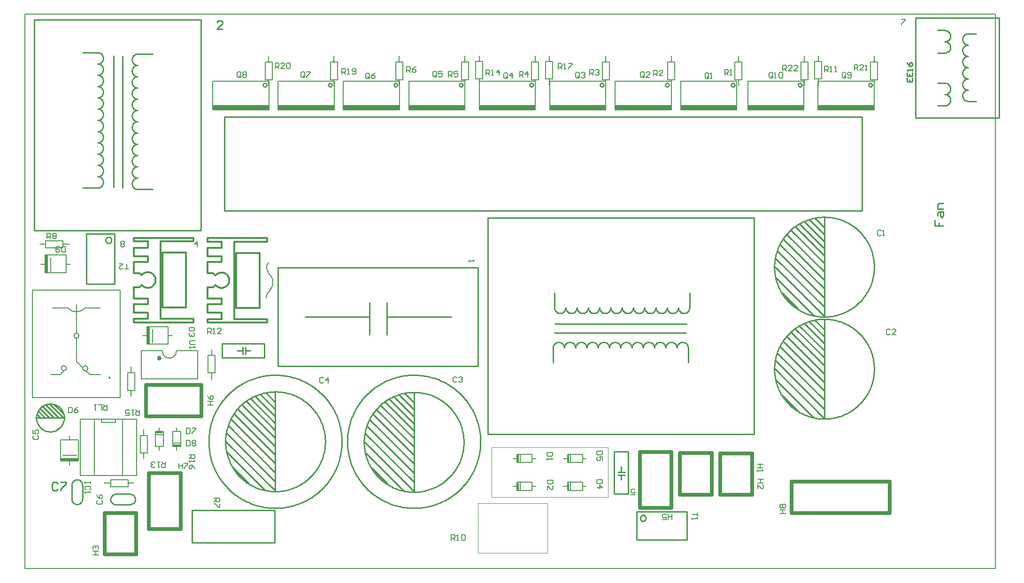
<source format=gto>
%FSTAX24Y24*%
%MOIN*%
G70*
G01*
G75*
%ADD10C,0.0787*%
%ADD11C,0.1575*%
%ADD12C,0.1181*%
%ADD13C,0.0591*%
%ADD14C,0.0000*%
%ADD15C,0.1000*%
%ADD16C,0.0591*%
%ADD17R,0.0630X0.0630*%
%ADD18C,0.0630*%
%ADD19C,0.0787*%
%ADD20C,0.2362*%
G04:AMPARAMS|DCode=21|XSize=70mil|YSize=90mil|CornerRadius=0mil|HoleSize=0mil|Usage=FLASHONLY|Rotation=90.000|XOffset=0mil|YOffset=0mil|HoleType=Round|Shape=Octagon|*
%AMOCTAGOND21*
4,1,8,-0.0450,-0.0175,-0.0450,0.0175,-0.0275,0.0350,0.0275,0.0350,0.0450,0.0175,0.0450,-0.0175,0.0275,-0.0350,-0.0275,-0.0350,-0.0450,-0.0175,0.0*
%
%ADD21OCTAGOND21*%

%ADD22C,0.0984*%
%ADD23O,0.0591X0.0512*%
%ADD24R,0.0591X0.0512*%
%ADD25R,0.0800X0.0800*%
%ADD26C,0.0800*%
%ADD27R,0.1000X0.0650*%
%ADD28O,0.1000X0.0650*%
%ADD29R,0.0630X0.0630*%
%ADD30O,0.0787X0.0591*%
%ADD31O,0.0787X0.0630*%
%ADD32O,0.0900X0.0600*%
%ADD33R,0.0900X0.0600*%
%ADD34C,0.0709*%
%ADD35C,0.1181*%
%ADD36R,0.1181X0.1181*%
%ADD37O,0.0650X0.1000*%
%ADD38R,0.0650X0.1000*%
%ADD39O,0.0709X0.0866*%
%ADD40R,0.0709X0.0866*%
%ADD41O,0.0800X0.1000*%
%ADD42R,0.0800X0.1000*%
%ADD43O,0.0630X0.0787*%
%ADD44R,0.0800X0.0800*%
%ADD45C,0.1200*%
%ADD46C,0.0079*%
%ADD47C,0.0100*%
%ADD48C,0.0120*%
%ADD49C,0.0070*%
%ADD50C,0.0150*%
%ADD51C,0.0250*%
%ADD52C,0.0039*%
%ADD53C,0.0080*%
%ADD54R,0.1260X0.0200*%
%ADD55R,0.0550X0.0150*%
%ADD56R,0.0150X0.0550*%
%ADD57R,0.3990X0.0360*%
%ADD58R,0.0200X0.1260*%
D46*
X15348Y02978D02*
X153412Y029699D01*
X153357Y029609D01*
X153316Y029512D01*
X153292Y029409D01*
X153283Y029304D01*
X15348Y02978D02*
X153551Y029858D01*
X153612Y029944D01*
X153663Y030037D01*
X153703Y030134D01*
X153732Y030235D01*
X15375Y03034D01*
X153756Y030445D01*
Y030466D02*
X153748Y030564D01*
X153725Y030659D01*
X153688Y030749D01*
X153637Y030833D01*
X153573Y030907D01*
X153323Y031512D02*
X153328Y031416D01*
X153344Y031321D01*
X153371Y031229D01*
X153408Y031141D01*
X153454Y031057D01*
X153509Y030978D01*
X153573Y030907D01*
X153434Y031781D02*
X153374Y031702D01*
X153336Y03161D01*
X153323Y031512D01*
X153756Y030445D02*
Y030466D01*
X153434Y031781D02*
X15348Y031827D01*
X142239Y015907D02*
Y016407D01*
Y015907D02*
X143489D01*
Y016407D01*
X142239D02*
X143489D01*
X141789Y016157D02*
X142239D01*
X143489D02*
X143889D01*
X143451Y023998D02*
X143951D01*
X143451Y022748D02*
Y023998D01*
Y022748D02*
X143951D01*
Y023998D01*
X143701D02*
Y024448D01*
Y022348D02*
Y022748D01*
X144348Y019549D02*
X144848D01*
X144348Y018299D02*
Y019549D01*
Y018299D02*
X144848D01*
Y019549D01*
X144598D02*
Y019999D01*
Y017899D02*
Y018299D01*
X149159Y023987D02*
X149659D01*
Y025237D01*
X149159D02*
X149659D01*
X149159Y023987D02*
Y025237D01*
X149409Y023537D02*
Y023987D01*
Y025237D02*
Y025637D01*
X168417Y046103D02*
Y046503D01*
Y044403D02*
Y044853D01*
X168167D02*
Y046103D01*
X168667D01*
Y044853D02*
Y046103D01*
X168167Y044853D02*
X168667D01*
X162732Y044403D02*
Y044803D01*
Y046053D02*
Y046503D01*
X162982Y044803D02*
Y046053D01*
X162482Y044803D02*
X162982D01*
X162482D02*
Y046053D01*
X162982D01*
X167402Y044403D02*
Y044803D01*
Y046053D02*
Y046503D01*
X167652Y044803D02*
Y046053D01*
X167152Y044803D02*
X167652D01*
X167152D02*
Y046053D01*
X167652D01*
X172386Y044403D02*
Y044803D01*
Y046053D02*
Y046503D01*
X172636Y044803D02*
Y046053D01*
X172136Y044803D02*
X172636D01*
X172136D02*
Y046053D01*
X172636D01*
X177402Y044403D02*
Y044803D01*
Y046053D02*
Y046503D01*
X177652Y044803D02*
Y046053D01*
X177152Y044803D02*
X177652D01*
X177152D02*
Y046053D01*
X177652D01*
X182047Y044403D02*
Y044803D01*
Y046053D02*
Y046503D01*
X182297Y044803D02*
Y046053D01*
X181797Y044803D02*
X182297D01*
X181797D02*
Y046053D01*
X182297D01*
X158094Y044403D02*
Y044803D01*
Y046053D02*
Y046503D01*
X158344Y044803D02*
Y046053D01*
X157844Y044803D02*
X158344D01*
X157844D02*
Y046053D01*
X158344D01*
X153457Y044403D02*
Y044803D01*
Y046053D02*
Y046503D01*
X153707Y044803D02*
Y046053D01*
X153207Y044803D02*
X153707D01*
X153207D02*
Y046053D01*
X153707D01*
X196441Y044403D02*
Y044803D01*
Y046053D02*
Y046503D01*
X196691Y044803D02*
Y046053D01*
X196191Y044803D02*
X196691D01*
X196191D02*
Y046053D01*
X196691D01*
X191488Y044403D02*
Y044803D01*
Y046053D02*
Y046503D01*
X191738Y044803D02*
Y046053D01*
X191238Y044803D02*
X191738D01*
X191238D02*
Y046053D01*
X191738D01*
X192472Y046103D02*
Y046503D01*
Y044403D02*
Y044853D01*
X192222D02*
Y046103D01*
X192722D01*
Y044853D02*
Y046103D01*
X192222Y044853D02*
X192722D01*
X186811Y044403D02*
Y044803D01*
Y046053D02*
Y046503D01*
X187061Y044803D02*
Y046053D01*
X186561Y044803D02*
X187061D01*
X186561D02*
Y046053D01*
X187061D01*
X137214Y033126D02*
X137614D01*
X138864D02*
X139314D01*
X137614Y032876D02*
X138864D01*
X137614D02*
Y033376D01*
X138864D01*
Y032876D02*
Y033376D01*
X173386Y046103D02*
Y046503D01*
Y044403D02*
Y044853D01*
X173136D02*
Y046103D01*
X173636D01*
Y044853D02*
Y046103D01*
X173136Y044853D02*
X173636D01*
X136157Y049465D02*
X205055D01*
X136157Y010094D02*
Y049465D01*
Y010094D02*
X205055D01*
Y049465D01*
X140987Y011058D02*
X14138D01*
X141184D01*
Y01132D01*
X140987D01*
X14138D01*
X141052Y011452D02*
X140987Y011517D01*
Y011648D01*
X141052Y011714D01*
X141118D01*
X141184Y011648D01*
Y011583D01*
Y011648D01*
X141249Y011714D01*
X141315D01*
X14138Y011648D01*
Y011517D01*
X141315Y011452D01*
X142957Y033276D02*
X143022Y033341D01*
X143154D01*
X143219Y033276D01*
Y03321D01*
X143154Y033144D01*
X143219Y033079D01*
Y033013D01*
X143154Y032948D01*
X143022D01*
X142957Y033013D01*
Y033079D01*
X143022Y033144D01*
X142957Y03321D01*
Y033276D01*
X143022Y033144D02*
X143154D01*
X179202Y015331D02*
X179465D01*
Y015528D01*
X179333Y015462D01*
X179268D01*
X179202Y015528D01*
Y015659D01*
X179268Y015724D01*
X179399D01*
X179465Y015659D01*
X167673Y032013D02*
Y031882D01*
Y031948D01*
X168067D01*
X168001Y032013D01*
X136798Y01954D02*
X136732Y019474D01*
Y019343D01*
X136798Y019278D01*
X13706D01*
X137126Y019343D01*
Y019474D01*
X13706Y01954D01*
X136732Y019934D02*
Y019671D01*
X136929D01*
X136864Y019802D01*
Y019868D01*
X136929Y019934D01*
X13706D01*
X137126Y019868D01*
Y019737D01*
X13706Y019671D01*
X141329Y014943D02*
X141264Y014878D01*
Y014746D01*
X141329Y014681D01*
X141592D01*
X141657Y014746D01*
Y014878D01*
X141592Y014943D01*
X141264Y015337D02*
X141329Y015206D01*
X141461Y015074D01*
X141592D01*
X141657Y01514D01*
Y015271D01*
X141592Y015337D01*
X141526D01*
X141461Y015271D01*
Y015074D01*
X139268Y021551D02*
Y021157D01*
X139465D01*
X13953Y021223D01*
Y021485D01*
X139465Y021551D01*
X139268D01*
X139924D02*
X139792Y021485D01*
X139661Y021354D01*
Y021223D01*
X139727Y021157D01*
X139858D01*
X139924Y021223D01*
Y021289D01*
X139858Y021354D01*
X139661D01*
X147614Y020055D02*
Y019661D01*
X147811D01*
X147877Y019727D01*
Y019989D01*
X147811Y020055D01*
X147614D01*
X148008D02*
X14827D01*
Y019989D01*
X148008Y019727D01*
Y019661D01*
X147614Y019189D02*
Y018795D01*
X147811D01*
X147877Y018861D01*
Y019123D01*
X147811Y019189D01*
X147614D01*
X148008Y019123D02*
X148073Y019189D01*
X148205D01*
X14827Y019123D01*
Y019058D01*
X148205Y018992D01*
X14827Y018926D01*
Y018861D01*
X148205Y018795D01*
X148073D01*
X148008Y018861D01*
Y018926D01*
X148073Y018992D01*
X148008Y019058D01*
Y019123D01*
X148073Y018992D02*
X148205D01*
X14911Y021709D02*
X149504D01*
X149307D01*
Y021971D01*
X14911D01*
X149504D01*
X14911Y022365D02*
X149176Y022233D01*
X149307Y022102D01*
X149438D01*
X149504Y022168D01*
Y022299D01*
X149438Y022365D01*
X149373D01*
X149307Y022299D01*
Y022102D01*
X147079Y017583D02*
Y017189D01*
Y017386D01*
X147341D01*
Y017583D01*
Y017189D01*
X147472Y017583D02*
X147735D01*
Y017517D01*
X147472Y017255D01*
Y017189D01*
X140803Y016276D02*
Y016144D01*
Y01621D01*
X140409D01*
Y016276D01*
Y016144D01*
X140737Y015685D02*
X140803Y015751D01*
Y015882D01*
X140737Y015948D01*
X140475D01*
X140409Y015882D01*
Y015751D01*
X140475Y015685D01*
X140409Y015554D02*
Y015423D01*
Y015488D01*
X140803D01*
X140737Y015554D01*
X149583Y015094D02*
X149976D01*
Y014898D01*
X149911Y014832D01*
X149779D01*
X149714Y014898D01*
Y015094D01*
Y014963D02*
X149583Y014832D01*
X149976Y014701D02*
Y014439D01*
X149911D01*
X149648Y014701D01*
X149583D01*
X14352Y031354D02*
X143257D01*
X143389D01*
Y031748D01*
X142864D02*
X143126D01*
X142864Y031486D01*
Y03142D01*
X142929Y031354D01*
X143061D01*
X143126Y03142D01*
X148258Y026256D02*
X14793D01*
X147864Y02619D01*
Y026059D01*
X14793Y025994D01*
X148258D01*
X147864Y025862D02*
Y025731D01*
Y025797D01*
X148258D01*
X148192Y025862D01*
X147811Y018165D02*
X148205D01*
Y017969D01*
X148139Y017903D01*
X148008D01*
X147942Y017969D01*
Y018165D01*
Y018034D02*
X147811Y017903D01*
Y017772D02*
Y017641D01*
Y017706D01*
X148205D01*
X148139Y017772D01*
X148205Y017181D02*
X148139Y017313D01*
X148008Y017444D01*
X147877D01*
X147811Y017378D01*
Y017247D01*
X147877Y017181D01*
X147942D01*
X148008Y017247D01*
Y017444D01*
X144282Y021354D02*
Y020961D01*
X144085D01*
X144019Y021026D01*
Y021158D01*
X144085Y021223D01*
X144282D01*
X14415D02*
X144019Y021354D01*
X143888D02*
X143757D01*
X143822D01*
Y020961D01*
X143888Y021026D01*
X143298Y020961D02*
X14356D01*
Y021158D01*
X143429Y021092D01*
X143363D01*
X143298Y021158D01*
Y021289D01*
X143363Y021354D01*
X143494D01*
X14356Y021289D01*
X146118Y017654D02*
Y01726D01*
X145921D01*
X145856Y017326D01*
Y017457D01*
X145921Y017522D01*
X146118D01*
X145987D02*
X145856Y017654D01*
X145725D02*
X145593D01*
X145659D01*
Y01726D01*
X145725Y017326D01*
X145397D02*
X145331Y01726D01*
X1452D01*
X145134Y017326D01*
Y017391D01*
X1452Y017457D01*
X145265D01*
X1452D01*
X145134Y017522D01*
Y017588D01*
X1452Y017654D01*
X145331D01*
X145397Y017588D01*
X149114Y026782D02*
Y027175D01*
X149311D01*
X149377Y02711D01*
Y026978D01*
X149311Y026913D01*
X149114D01*
X149246D02*
X149377Y026782D01*
X149508D02*
X149639D01*
X149574D01*
Y027175D01*
X149508Y02711D01*
X150098Y026782D02*
X149836D01*
X150098Y027044D01*
Y02711D01*
X150033Y027175D01*
X149902D01*
X149836Y02711D01*
X157365Y023611D02*
X157299Y023677D01*
X157168D01*
X157102Y023611D01*
Y023349D01*
X157168Y023283D01*
X157299D01*
X157365Y023349D01*
X157693Y023283D02*
Y023677D01*
X157496Y02348D01*
X157758D01*
X166814Y023651D02*
X166748Y023716D01*
X166617D01*
X166551Y023651D01*
Y023388D01*
X166617Y023323D01*
X166748D01*
X166814Y023388D01*
X166945Y023651D02*
X16701Y023716D01*
X167142D01*
X167207Y023651D01*
Y023585D01*
X167142Y02352D01*
X167076D01*
X167142D01*
X167207Y023454D01*
Y023388D01*
X167142Y023323D01*
X16701D01*
X166945Y023388D01*
X197577Y027037D02*
X197512Y027102D01*
X197381D01*
X197315Y027037D01*
Y026774D01*
X197381Y026709D01*
X197512D01*
X197577Y026774D01*
X197971Y026709D02*
X197709D01*
X197971Y026971D01*
Y027037D01*
X197905Y027102D01*
X197774D01*
X197709Y027037D01*
X196938Y034054D02*
X196872Y03412D01*
X196741D01*
X196675Y034054D01*
Y033792D01*
X196741Y033726D01*
X196872D01*
X196938Y033792D01*
X197069Y033726D02*
X1972D01*
X197134D01*
Y03412D01*
X197069Y034054D01*
X17362Y018343D02*
X173226D01*
Y018146D01*
X173292Y018081D01*
X173554D01*
X17362Y018146D01*
Y018343D01*
X173226Y017949D02*
Y017818D01*
Y017884D01*
X17362D01*
X173554Y017949D01*
X173659Y016374D02*
X173265D01*
Y016178D01*
X173331Y016112D01*
X173593D01*
X173659Y016178D01*
Y016374D01*
X173265Y015718D02*
Y015981D01*
X173528Y015718D01*
X173593D01*
X173659Y015784D01*
Y015915D01*
X173593Y015981D01*
X177155Y016414D02*
X176761D01*
Y016217D01*
X176827Y016151D01*
X177089D01*
X177155Y016217D01*
Y016414D01*
X176761Y015823D02*
X177155D01*
X176958Y01602D01*
Y015758D01*
X177155Y018422D02*
X176761D01*
Y018225D01*
X176827Y018159D01*
X177089D01*
X177155Y018225D01*
Y018422D01*
Y017766D02*
Y018028D01*
X176958D01*
X177024Y017897D01*
Y017831D01*
X176958Y017766D01*
X176827D01*
X176761Y017831D01*
Y017962D01*
X176827Y018028D01*
X182086Y013579D02*
Y013973D01*
Y013776D01*
X181823D01*
Y013579D01*
Y013973D01*
X18143Y013579D02*
X181692D01*
Y013776D01*
X181561Y013711D01*
X181495D01*
X18143Y013776D01*
Y013907D01*
X181495Y013973D01*
X181627D01*
X181692Y013907D01*
X189766Y014005D02*
X19016D01*
X189963D01*
Y014268D01*
X189766D01*
X19016D01*
X189832Y014399D02*
X189766Y014464D01*
Y014596D01*
X189832Y014661D01*
X189897D01*
X189963Y014596D01*
X190028Y014661D01*
X190094D01*
X19016Y014596D01*
Y014464D01*
X190094Y014399D01*
X190028D01*
X189963Y014464D01*
X189897Y014399D01*
X189832D01*
X189963Y014464D02*
Y014596D01*
X180129Y045032D02*
Y045295D01*
X180063Y04536D01*
X179932D01*
X179866Y045295D01*
Y045032D01*
X179932Y044967D01*
X180063D01*
X179997Y045098D02*
X180129Y044967D01*
X180063D02*
X180129Y045032D01*
X180522Y044967D02*
X18026D01*
X180522Y045229D01*
Y045295D01*
X180457Y04536D01*
X180325D01*
X18026Y045295D01*
X17551Y045003D02*
Y045265D01*
X175445Y045331D01*
X175314D01*
X175248Y045265D01*
Y045003D01*
X175314Y044937D01*
X175445D01*
X175379Y045068D02*
X17551Y044937D01*
X175445D02*
X17551Y045003D01*
X175642Y045265D02*
X175707Y045331D01*
X175838D01*
X175904Y045265D01*
Y045199D01*
X175838Y045134D01*
X175773D01*
X175838D01*
X175904Y045068D01*
Y045003D01*
X175838Y044937D01*
X175707D01*
X175642Y045003D01*
X170432Y044983D02*
Y045245D01*
X170366Y045311D01*
X170235D01*
X170169Y045245D01*
Y044983D01*
X170235Y044917D01*
X170366D01*
X1703Y045049D02*
X170432Y044917D01*
X170366D02*
X170432Y044983D01*
X17076Y044917D02*
Y045311D01*
X170563Y045114D01*
X170825D01*
X165382Y045062D02*
Y045324D01*
X165317Y04539D01*
X165186D01*
X16512Y045324D01*
Y045062D01*
X165186Y044996D01*
X165317D01*
X165251Y045127D02*
X165382Y044996D01*
X165317D02*
X165382Y045062D01*
X165776Y04539D02*
X165514D01*
Y045193D01*
X165645Y045258D01*
X16571D01*
X165776Y045193D01*
Y045062D01*
X16571Y044996D01*
X165579D01*
X165514Y045062D01*
X16063Y044953D02*
Y045216D01*
X160565Y045281D01*
X160434D01*
X160368Y045216D01*
Y044953D01*
X160434Y044888D01*
X160565D01*
X160499Y045019D02*
X16063Y044888D01*
X160565D02*
X16063Y044953D01*
X161024Y045281D02*
X160893Y045216D01*
X160762Y045085D01*
Y044953D01*
X160827Y044888D01*
X160958D01*
X161024Y044953D01*
Y045019D01*
X160958Y045085D01*
X160762D01*
X166433Y012102D02*
Y012496D01*
X16663D01*
X166695Y01243D01*
Y012299D01*
X16663Y012234D01*
X166433D01*
X166564D02*
X166695Y012102D01*
X166827D02*
X166958D01*
X166892D01*
Y012496D01*
X166827Y01243D01*
X167155D02*
X16722Y012496D01*
X167351D01*
X167417Y01243D01*
Y012168D01*
X167351Y012102D01*
X16722D01*
X167155Y012168D01*
Y01243D01*
X183913Y014081D02*
Y013819D01*
Y01395D01*
X183519D01*
Y013687D02*
Y013556D01*
Y013622D01*
X183913D01*
X183847Y013687D01*
X188545Y017496D02*
X188152D01*
X188348D01*
Y017234D01*
X188545D01*
X188152D01*
Y017102D02*
Y016971D01*
Y017037D01*
X188545D01*
X18848Y017102D01*
X188575Y016423D02*
X188181D01*
X188378D01*
Y016161D01*
X188575D01*
X188181D01*
Y015767D02*
Y01603D01*
X188443Y015767D01*
X188509D01*
X188575Y015833D01*
Y015964D01*
X188509Y01603D01*
X16889Y045124D02*
Y045518D01*
X169087D01*
X169152Y045452D01*
Y045321D01*
X169087Y045255D01*
X16889D01*
X169021D02*
X169152Y045124D01*
X169283D02*
X169415D01*
X169349D01*
Y045518D01*
X169283Y045452D01*
X169808Y045124D02*
Y045518D01*
X169611Y045321D01*
X169874D01*
X163247Y045336D02*
Y045729D01*
X163443D01*
X163509Y045664D01*
Y045532D01*
X163443Y045467D01*
X163247D01*
X163378D02*
X163509Y045336D01*
X163903Y045729D02*
X163771Y045664D01*
X16364Y045532D01*
Y045401D01*
X163706Y045336D01*
X163837D01*
X163903Y045401D01*
Y045467D01*
X163837Y045532D01*
X16364D01*
X166232Y045006D02*
Y045399D01*
X166429D01*
X166495Y045334D01*
Y045203D01*
X166429Y045137D01*
X166232D01*
X166363D02*
X166495Y045006D01*
X166888Y045399D02*
X166626D01*
Y045203D01*
X166757Y045268D01*
X166823D01*
X166888Y045203D01*
Y045072D01*
X166823Y045006D01*
X166691D01*
X166626Y045072D01*
X171272Y045016D02*
Y045409D01*
X171468D01*
X171534Y045344D01*
Y045213D01*
X171468Y045147D01*
X171272D01*
X171403D02*
X171534Y045016D01*
X171862D02*
Y045409D01*
X171665Y045213D01*
X171928D01*
X176262Y045134D02*
Y045527D01*
X176459D01*
X176524Y045462D01*
Y045331D01*
X176459Y045265D01*
X176262D01*
X176393D02*
X176524Y045134D01*
X176655Y045462D02*
X176721Y045527D01*
X176852D01*
X176918Y045462D01*
Y045396D01*
X176852Y045331D01*
X176787D01*
X176852D01*
X176918Y045265D01*
Y045199D01*
X176852Y045134D01*
X176721D01*
X176655Y045199D01*
X18078Y045085D02*
Y045478D01*
X180976D01*
X181042Y045413D01*
Y045281D01*
X180976Y045216D01*
X18078D01*
X180911D02*
X181042Y045085D01*
X181435D02*
X181173D01*
X181435Y045347D01*
Y045413D01*
X18137Y045478D01*
X181239D01*
X181173Y045413D01*
X15601Y045042D02*
Y045304D01*
X155945Y04537D01*
X155814D01*
X155748Y045304D01*
Y045042D01*
X155814Y044976D01*
X155945D01*
X155879Y045108D02*
X15601Y044976D01*
X155945D02*
X15601Y045042D01*
X156142Y04537D02*
X156404D01*
Y045304D01*
X156142Y045042D01*
Y044976D01*
X151483Y045042D02*
Y045304D01*
X151417Y04537D01*
X151286D01*
X15122Y045304D01*
Y045042D01*
X151286Y044976D01*
X151417D01*
X151352Y045108D02*
X151483Y044976D01*
X151417D02*
X151483Y045042D01*
X151614Y045304D02*
X15168Y04537D01*
X151811D01*
X151876Y045304D01*
Y045239D01*
X151811Y045173D01*
X151876Y045108D01*
Y045042D01*
X151811Y044976D01*
X15168D01*
X151614Y045042D01*
Y045108D01*
X15168Y045173D01*
X151614Y045239D01*
Y045304D01*
X15168Y045173D02*
X151811D01*
X158661Y045213D02*
Y045606D01*
X158858D01*
X158924Y045541D01*
Y045409D01*
X158858Y045344D01*
X158661D01*
X158793D02*
X158924Y045213D01*
X159055D02*
X159186D01*
X159121D01*
Y045606D01*
X159055Y045541D01*
X159383Y045278D02*
X159449Y045213D01*
X15958D01*
X159645Y045278D01*
Y045541D01*
X15958Y045606D01*
X159449D01*
X159383Y045541D01*
Y045475D01*
X159449Y045409D01*
X159645D01*
X153937Y045606D02*
Y046D01*
X154134D01*
X154199Y045934D01*
Y045803D01*
X154134Y045737D01*
X153937D01*
X154068D02*
X154199Y045606D01*
X154593D02*
X154331D01*
X154593Y045869D01*
Y045934D01*
X154527Y046D01*
X154396D01*
X154331Y045934D01*
X154724D02*
X15479Y046D01*
X154921D01*
X154987Y045934D01*
Y045672D01*
X154921Y045606D01*
X15479D01*
X154724Y045672D01*
Y045934D01*
X195039Y045488D02*
Y045882D01*
X195236D01*
X195302Y045816D01*
Y045685D01*
X195236Y045619D01*
X195039D01*
X195171D02*
X195302Y045488D01*
X195695D02*
X195433D01*
X195695Y045751D01*
Y045816D01*
X19563Y045882D01*
X195499D01*
X195433Y045816D01*
X195827Y045488D02*
X195958D01*
X195892D01*
Y045882D01*
X195827Y045816D01*
X189961Y045449D02*
Y045842D01*
X190157D01*
X190223Y045777D01*
Y045646D01*
X190157Y04558D01*
X189961D01*
X190092D02*
X190223Y045449D01*
X190617D02*
X190354D01*
X190617Y045711D01*
Y045777D01*
X190551Y045842D01*
X19042D01*
X190354Y045777D01*
X19101Y045449D02*
X190748D01*
X19101Y045711D01*
Y045777D01*
X190945Y045842D01*
X190813D01*
X190748Y045777D01*
X198402Y04911D02*
X198664D01*
Y049045D01*
X198402Y048782D01*
Y048717D01*
X192925Y04538D02*
Y045773D01*
X193122D01*
X193188Y045708D01*
Y045577D01*
X193122Y045511D01*
X192925D01*
X193056D02*
X193188Y04538D01*
X193319D02*
X19345D01*
X193384D01*
Y045773D01*
X193319Y045708D01*
X193647Y04538D02*
X193778D01*
X193712D01*
Y045773D01*
X193647Y045708D01*
X185837Y045134D02*
Y045527D01*
X186033D01*
X186099Y045462D01*
Y045331D01*
X186033Y045265D01*
X185837D01*
X185968D02*
X186099Y045134D01*
X18623D02*
X186361D01*
X186296D01*
Y045527D01*
X18623Y045462D01*
X194436Y045003D02*
Y045265D01*
X19437Y045331D01*
X194239D01*
X194173Y045265D01*
Y045003D01*
X194239Y044937D01*
X19437D01*
X194304Y045068D02*
X194436Y044937D01*
X19437D02*
X194436Y045003D01*
X194567D02*
X194632Y044937D01*
X194764D01*
X194829Y045003D01*
Y045265D01*
X194764Y045331D01*
X194632D01*
X194567Y045265D01*
Y045199D01*
X194632Y045134D01*
X194829D01*
X189239Y045003D02*
Y045265D01*
X189173Y045331D01*
X189042D01*
X188976Y045265D01*
Y045003D01*
X189042Y044937D01*
X189173D01*
X189108Y045068D02*
X189239Y044937D01*
X189173D02*
X189239Y045003D01*
X18937Y044937D02*
X189501D01*
X189436D01*
Y045331D01*
X18937Y045265D01*
X189698D02*
X189764Y045331D01*
X189895D01*
X18996Y045265D01*
Y045003D01*
X189895Y044937D01*
X189764D01*
X189698Y045003D01*
Y045265D01*
X184701Y044963D02*
Y045226D01*
X184636Y045291D01*
X184505D01*
X184439Y045226D01*
Y044963D01*
X184505Y044898D01*
X184636D01*
X18457Y045029D02*
X184701Y044898D01*
X184636D02*
X184701Y044963D01*
X184833Y044898D02*
X184964D01*
X184898D01*
Y045291D01*
X184833Y045226D01*
X148198Y027215D02*
X147804D01*
Y027018D01*
X14787Y026953D01*
X148132D01*
X148198Y027018D01*
Y027215D01*
X148132Y026821D02*
X148198Y026756D01*
Y026625D01*
X148132Y026559D01*
X148066D01*
X148001Y026625D01*
Y02669D01*
Y026625D01*
X147935Y026559D01*
X14787D01*
X147804Y026625D01*
Y026756D01*
X14787Y026821D01*
X139016Y032575D02*
Y032968D01*
X138819D01*
X138753Y032903D01*
Y032641D01*
X138819Y032575D01*
X139016D01*
X138622Y032903D02*
X138557Y032968D01*
X138425D01*
X13836Y032903D01*
Y032641D01*
X138425Y032575D01*
X138557D01*
X138622Y032641D01*
Y032706D01*
X138557Y032772D01*
X13836D01*
X137732Y03352D02*
Y033913D01*
X137929D01*
X137995Y033848D01*
Y033716D01*
X137929Y033651D01*
X137732D01*
X137863D02*
X137995Y03352D01*
X138126Y033848D02*
X138191Y033913D01*
X138323D01*
X138388Y033848D01*
Y033782D01*
X138323Y033716D01*
X138388Y033651D01*
Y033585D01*
X138323Y03352D01*
X138191D01*
X138126Y033585D01*
Y033651D01*
X138191Y033716D01*
X138126Y033782D01*
Y033848D01*
X138191Y033716D02*
X138323D01*
X148382Y032932D02*
Y033326D01*
X148185Y033129D01*
X148448D01*
X141998Y021738D02*
Y021345D01*
X141801D01*
X141736Y02141D01*
Y021541D01*
X141801Y021607D01*
X141998D01*
X141867D02*
X141736Y021738D01*
X141604Y021345D02*
Y021738D01*
X141342D01*
X141211D02*
X14108D01*
X141145D01*
Y021345D01*
X141211Y02141D01*
X174032Y045567D02*
Y04596D01*
X174228D01*
X174294Y045895D01*
Y045764D01*
X174228Y045698D01*
X174032D01*
X174163D02*
X174294Y045567D01*
X174425D02*
X174556D01*
X174491D01*
Y04596D01*
X174425Y045895D01*
X174753Y04596D02*
X175015D01*
Y045895D01*
X174753Y045633D01*
Y045567D01*
D47*
X183243Y025773D02*
X183232Y025869D01*
X183197Y025959D01*
X183143Y026038D01*
X183071Y026102D01*
X182985Y026147D01*
X182892Y02617D01*
X182795D01*
X182701Y026147D01*
X182616Y026102D01*
X182544Y026038D01*
X182489Y025959D01*
X182455Y025869D01*
X182443Y025773D01*
X182432Y025869D01*
X182397Y025959D01*
X182343Y026038D01*
X182271Y026102D01*
X182185Y026147D01*
X182092Y02617D01*
X181995D01*
X181901Y026147D01*
X181816Y026102D01*
X181744Y026038D01*
X181689Y025959D01*
X181655Y025869D01*
X181643Y025773D01*
X181632Y025869D01*
X181597Y025959D01*
X181543Y026038D01*
X181471Y026102D01*
X181385Y026147D01*
X181292Y02617D01*
X181195D01*
X181101Y026147D01*
X181016Y026102D01*
X180944Y026038D01*
X180889Y025959D01*
X180855Y025869D01*
X180843Y025773D01*
X179243D02*
X179232Y025869D01*
X179197Y025959D01*
X179143Y026038D01*
X179071Y026102D01*
X178985Y026147D01*
X178892Y02617D01*
X178795D01*
X178701Y026147D01*
X178616Y026102D01*
X178544Y026038D01*
X178489Y025959D01*
X178455Y025869D01*
X178443Y025773D01*
X180043D02*
X180032Y025869D01*
X179997Y025959D01*
X179943Y026038D01*
X179871Y026102D01*
X179785Y026147D01*
X179692Y02617D01*
X179595D01*
X179501Y026147D01*
X179416Y026102D01*
X179344Y026038D01*
X179289Y025959D01*
X179255Y025869D01*
X179243Y025773D01*
X180843D02*
X180832Y025869D01*
X180797Y025959D01*
X180743Y026038D01*
X180671Y026102D01*
X180585Y026147D01*
X180492Y02617D01*
X180395D01*
X180301Y026147D01*
X180216Y026102D01*
X180144Y026038D01*
X180089Y025959D01*
X180055Y025869D01*
X180043Y025773D01*
X176043D02*
X176032Y025869D01*
X175997Y025959D01*
X175943Y026038D01*
X175871Y026102D01*
X175785Y026147D01*
X175692Y02617D01*
X175595D01*
X175501Y026147D01*
X175416Y026102D01*
X175344Y026038D01*
X175289Y025959D01*
X175255Y025869D01*
X175243Y025773D01*
X175232Y025869D01*
X175197Y025959D01*
X175143Y026038D01*
X175071Y026102D01*
X174985Y026147D01*
X174892Y02617D01*
X174795D01*
X174701Y026147D01*
X174616Y026102D01*
X174544Y026038D01*
X174489Y025959D01*
X174455Y025869D01*
X174443Y025773D01*
X174432Y025869D01*
X174397Y025959D01*
X174343Y026038D01*
X174271Y026102D01*
X174185Y026147D01*
X174092Y02617D01*
X173995D01*
X173901Y026147D01*
X173816Y026102D01*
X173744Y026038D01*
X173689Y025959D01*
X173655Y025869D01*
X173643Y025773D01*
X176843D02*
X176832Y025869D01*
X176797Y025959D01*
X176743Y026038D01*
X176671Y026102D01*
X176585Y026147D01*
X176492Y02617D01*
X176395D01*
X176301Y026147D01*
X176216Y026102D01*
X176144Y026038D01*
X176089Y025959D01*
X176055Y025869D01*
X176043Y025773D01*
X177643D02*
X177632Y025869D01*
X177597Y025959D01*
X177543Y026038D01*
X177471Y026102D01*
X177385Y026147D01*
X177292Y02617D01*
X177195D01*
X177101Y026147D01*
X177016Y026102D01*
X176944Y026038D01*
X176889Y025959D01*
X176855Y025869D01*
X176843Y025773D01*
X178443D02*
X178432Y025869D01*
X178397Y025959D01*
X178343Y026038D01*
X178271Y026102D01*
X178185Y026147D01*
X178092Y02617D01*
X177995D01*
X177901Y026147D01*
X177816Y026102D01*
X177744Y026038D01*
X177689Y025959D01*
X177655Y025869D01*
X177643Y025773D01*
X178543Y028623D02*
X178555Y028528D01*
X178589Y028437D01*
X178644Y028358D01*
X178716Y028294D01*
X178801Y028249D01*
X178895Y028226D01*
X178992D01*
X179085Y028249D01*
X179171Y028294D01*
X179243Y028358D01*
X179297Y028437D01*
X179332Y028528D01*
X179343Y028623D01*
X179355Y028528D01*
X179389Y028437D01*
X179444Y028358D01*
X179516Y028294D01*
X179601Y028249D01*
X179695Y028226D01*
X179792D01*
X179885Y028249D01*
X179971Y028294D01*
X180043Y028358D01*
X180097Y028437D01*
X180132Y028528D01*
X180143Y028623D01*
X180155Y028528D01*
X180189Y028437D01*
X180244Y028358D01*
X180316Y028294D01*
X180401Y028249D01*
X180495Y028226D01*
X180592D01*
X180685Y028249D01*
X180771Y028294D01*
X180843Y028358D01*
X180897Y028437D01*
X180932Y028528D01*
X180943Y028623D01*
X182543D02*
X182555Y028528D01*
X182589Y028437D01*
X182644Y028358D01*
X182716Y028294D01*
X182801Y028249D01*
X182895Y028226D01*
X182992D01*
X183085Y028249D01*
X183171Y028294D01*
X183243Y028358D01*
X183297Y028437D01*
X183332Y028528D01*
X183343Y028623D01*
X181743D02*
X181755Y028528D01*
X181789Y028437D01*
X181844Y028358D01*
X181916Y028294D01*
X182001Y028249D01*
X182095Y028226D01*
X182192D01*
X182285Y028249D01*
X182371Y028294D01*
X182443Y028358D01*
X182497Y028437D01*
X182532Y028528D01*
X182543Y028623D01*
X180943D02*
X180955Y028528D01*
X180989Y028437D01*
X181044Y028358D01*
X181116Y028294D01*
X181201Y028249D01*
X181295Y028226D01*
X181392D01*
X181485Y028249D01*
X181571Y028294D01*
X181643Y028358D01*
X181697Y028437D01*
X181732Y028528D01*
X181743Y028623D01*
X176143D02*
X176155Y028528D01*
X176189Y028437D01*
X176244Y028358D01*
X176316Y028294D01*
X176401Y028249D01*
X176495Y028226D01*
X176592D01*
X176685Y028249D01*
X176771Y028294D01*
X176843Y028358D01*
X176897Y028437D01*
X176932Y028528D01*
X176943Y028623D01*
X176955Y028528D01*
X176989Y028437D01*
X177044Y028358D01*
X177116Y028294D01*
X177201Y028249D01*
X177295Y028226D01*
X177392D01*
X177485Y028249D01*
X177571Y028294D01*
X177643Y028358D01*
X177697Y028437D01*
X177732Y028528D01*
X177743Y028623D01*
X177755Y028528D01*
X177789Y028437D01*
X177844Y028358D01*
X177916Y028294D01*
X178001Y028249D01*
X178095Y028226D01*
X178192D01*
X178285Y028249D01*
X178371Y028294D01*
X178443Y028358D01*
X178497Y028437D01*
X178532Y028528D01*
X178543Y028623D01*
X175343D02*
X175355Y028528D01*
X175389Y028437D01*
X175444Y028358D01*
X175516Y028294D01*
X175601Y028249D01*
X175695Y028226D01*
X175792D01*
X175885Y028249D01*
X175971Y028294D01*
X176043Y028358D01*
X176097Y028437D01*
X176132Y028528D01*
X176143Y028623D01*
X174543D02*
X174555Y028528D01*
X174589Y028437D01*
X174644Y028358D01*
X174716Y028294D01*
X174801Y028249D01*
X174895Y028226D01*
X174992D01*
X175085Y028249D01*
X175171Y028294D01*
X175243Y028358D01*
X175297Y028437D01*
X175332Y028528D01*
X175343Y028623D01*
X173743D02*
X173755Y028528D01*
X173789Y028437D01*
X173844Y028358D01*
X173916Y028294D01*
X174001Y028249D01*
X174095Y028226D01*
X174192D01*
X174285Y028249D01*
X174371Y028294D01*
X174443Y028358D01*
X174497Y028437D01*
X174532Y028528D01*
X174543Y028623D01*
X140234Y016023D02*
X140222Y016122D01*
X140185Y016214D01*
X140125Y016293D01*
X140046Y016353D01*
X139954Y016391D01*
X139855Y016403D01*
X139757Y01639D01*
X139666Y01635D01*
X139588Y016289D01*
X139529Y016209D01*
X139493Y016116D01*
X139483Y016018D01*
X139482Y015022D02*
X139494Y014923D01*
X139532Y014831D01*
X139592Y014752D01*
X139671Y014692D01*
X139763Y014654D01*
X139861Y014642D01*
X139959Y014656D01*
X140051Y014695D01*
X140129Y014756D01*
X140187Y014836D01*
X140223Y014929D01*
X140234Y015027D01*
X158654Y01911D02*
X158652Y01921D01*
X158649Y01931D01*
X158644Y01941D01*
X158637Y01951D01*
X158627Y019609D01*
X158616Y019708D01*
X158602Y019807D01*
X158586Y019906D01*
X158568Y020004D01*
X158548Y020102D01*
X158526Y0202D01*
X158502Y020297D01*
X158476Y020393D01*
X158448Y020489D01*
X158418Y020584D01*
X158385Y020679D01*
X158351Y020773D01*
X158315Y020866D01*
X158277Y020959D01*
X158237Y02105D01*
X158195Y021141D01*
X158151Y021231D01*
X158105Y021319D01*
X158058Y021407D01*
X158008Y021494D01*
X157957Y02158D01*
X157904Y021664D01*
X157849Y021748D01*
X157792Y02183D01*
X157734Y021911D01*
X157673Y021991D01*
X157612Y02207D01*
X157548Y022147D01*
X157483Y022223D01*
X157417Y022297D01*
X157348Y02237D01*
X157279Y022442D01*
X157207Y022512D01*
X157135Y022581D01*
X157061Y022648D01*
X156985Y022713D01*
X156908Y022777D01*
X15683Y022839D01*
X15675Y0229D01*
X15667Y022959D01*
X156588Y023016D01*
X156504Y023071D01*
X15642Y023125D01*
X156334Y023176D01*
X156248Y023226D01*
X15616Y023275D01*
X156072Y023321D01*
X155982Y023365D01*
X155892Y023408D01*
X1558Y023448D01*
X155708Y023487D01*
X155615Y023524D01*
X155521Y023558D01*
X155427Y023591D01*
X155332Y023622D01*
X155236Y02365D01*
X15514Y023677D01*
X155043Y023701D01*
X154946Y023724D01*
X154848Y023744D01*
X15475Y023763D01*
X154651Y023779D01*
X154552Y023793D01*
X154453Y023806D01*
X154353Y023816D01*
X154254Y023823D01*
X154154Y023829D01*
X154054Y023833D01*
X153954Y023835D01*
X153854Y023834D01*
X153754Y023831D01*
X153654Y023827D01*
X153555Y02382D01*
X153455Y023811D01*
X153356Y0238D01*
X153257Y023787D01*
X153158Y023771D01*
X15306Y023754D01*
X152962Y023735D01*
X152864Y023713D01*
X152767Y023689D01*
X15267Y023664D01*
X152574Y023636D01*
X152479Y023607D01*
X152384Y023575D01*
X15229Y023541D01*
X152196Y023505D01*
X152104Y023468D01*
X152012Y023428D01*
X151921Y023387D01*
X151831Y023343D01*
X151742Y023298D01*
X151654Y023251D01*
X151567Y023202D01*
X151481Y023151D01*
X151396Y023098D01*
X151312Y023044D01*
X15123Y022987D01*
X151148Y022929D01*
X151068Y02287D01*
X150989Y022808D01*
X150912Y022745D01*
X150835Y022681D01*
X15076Y022614D01*
X150687Y022547D01*
X150615Y022477D01*
X150545Y022406D01*
X150476Y022334D01*
X150408Y02226D01*
X150342Y022185D01*
X150278Y022109D01*
X150216Y022031D01*
X150155Y021951D01*
X150095Y021871D01*
X150038Y021789D01*
X149982Y021706D01*
X149928Y021622D01*
X149876Y021537D01*
X149825Y021451D01*
X149777Y021363D01*
X14973Y021275D01*
X149685Y021186D01*
X149642Y021096D01*
X149601Y021004D01*
X149562Y020912D01*
X149525Y02082D01*
X14949Y020726D01*
X149456Y020632D01*
X149425Y020537D01*
X149396Y020441D01*
X149369Y020345D01*
X149344Y020248D01*
X149321Y020151D01*
X1493Y020053D01*
X149281Y019955D01*
X149264Y019857D01*
X149249Y019758D01*
X149237Y019659D01*
X149226Y019559D01*
X149218Y01946D01*
X149211Y01936D01*
X149207Y01926D01*
X149205Y01916D01*
Y01906D01*
X149207Y01896D01*
X149211Y01886D01*
X149218Y018761D01*
X149226Y018661D01*
X149237Y018562D01*
X149249Y018463D01*
X149264Y018364D01*
X149281Y018265D01*
X1493Y018167D01*
X149321Y018069D01*
X149344Y017972D01*
X149369Y017875D01*
X149396Y017779D01*
X149425Y017684D01*
X149456Y017589D01*
X14949Y017494D01*
X149525Y017401D01*
X149562Y017308D01*
X149601Y017216D01*
X149642Y017125D01*
X149685Y017035D01*
X14973Y016945D01*
X149777Y016857D01*
X149825Y01677D01*
X149876Y016683D01*
X149928Y016598D01*
X149982Y016514D01*
X150038Y016431D01*
X150095Y016349D01*
X150155Y016269D01*
X150216Y01619D01*
X150278Y016112D01*
X150342Y016035D01*
X150408Y01596D01*
X150476Y015886D01*
X150545Y015814D01*
X150615Y015743D01*
X150687Y015674D01*
X150761Y015606D01*
X150835Y01554D01*
X150912Y015475D01*
X150989Y015412D01*
X151068Y015351D01*
X151148Y015291D01*
X15123Y015233D01*
X151312Y015177D01*
X151396Y015122D01*
X151481Y01507D01*
X151567Y015019D01*
X151654Y01497D01*
X151742Y014923D01*
X151831Y014877D01*
X151921Y014834D01*
X152012Y014792D01*
X152104Y014753D01*
X152197Y014715D01*
X15229Y014679D01*
X152384Y014646D01*
X152479Y014614D01*
X152574Y014584D01*
X15267Y014557D01*
X152767Y014531D01*
X152864Y014507D01*
X152962Y014486D01*
X15306Y014467D01*
X153158Y014449D01*
X153257Y014434D01*
X153356Y014421D01*
X153455Y01441D01*
X153555Y014401D01*
X153655Y014394D01*
X153754Y014389D01*
X153854Y014386D01*
X153954Y014386D01*
X154054Y014387D01*
X154154Y014391D01*
X154254Y014397D01*
X154353Y014405D01*
X154453Y014415D01*
X154552Y014427D01*
X154651Y014441D01*
X15475Y014458D01*
X154848Y014476D01*
X154946Y014496D01*
X155043Y014519D01*
X15514Y014544D01*
X155236Y01457D01*
X155332Y014599D01*
X155427Y01463D01*
X155522Y014662D01*
X155615Y014697D01*
X155708Y014734D01*
X1558Y014772D01*
X155892Y014813D01*
X155982Y014855D01*
X156072Y0149D01*
X15616Y014946D01*
X156248Y014994D01*
X156335Y015044D01*
X15642Y015096D01*
X156504Y015149D01*
X156588Y015205D01*
X15667Y015262D01*
X15675Y015321D01*
X15683Y015381D01*
X156908Y015443D01*
X156985Y015507D01*
X157061Y015573D01*
X157135Y01564D01*
X157207Y015708D01*
X157279Y015778D01*
X157348Y01585D01*
X157417Y015923D01*
X157483Y015998D01*
X157548Y016074D01*
X157612Y016151D01*
X157674Y016229D01*
X157734Y016309D01*
X157792Y01639D01*
X157849Y016473D01*
X157904Y016556D01*
X157957Y016641D01*
X158008Y016726D01*
X158058Y016813D01*
X158105Y016901D01*
X158151Y01699D01*
X158195Y01708D01*
X158237Y01717D01*
X158277Y017262D01*
X158315Y017354D01*
X158351Y017448D01*
X158386Y017542D01*
X158418Y017636D01*
X158448Y017731D01*
X158476Y017827D01*
X158502Y017924D01*
X158526Y018021D01*
X158548Y018118D01*
X158568Y018216D01*
X158586Y018315D01*
X158602Y018413D01*
X158616Y018512D01*
X158627Y018612D01*
X158637Y018711D01*
X158644Y018811D01*
X158649Y01891D01*
X158653Y01901D01*
X158654Y01911D01*
X168496D02*
X168495Y01921D01*
X168492Y01931D01*
X168487Y01941D01*
X168479Y01951D01*
X16847Y019609D01*
X168458Y019708D01*
X168444Y019807D01*
X168429Y019906D01*
X168411Y020004D01*
X168391Y020102D01*
X168369Y0202D01*
X168345Y020297D01*
X168319Y020393D01*
X16829Y020489D01*
X16826Y020584D01*
X168228Y020679D01*
X168194Y020773D01*
X168158Y020866D01*
X16812Y020959D01*
X168079Y02105D01*
X168037Y021141D01*
X167994Y021231D01*
X167948Y021319D01*
X1679Y021407D01*
X167851Y021494D01*
X167799Y02158D01*
X167746Y021664D01*
X167691Y021748D01*
X167635Y02183D01*
X167576Y021911D01*
X167516Y021991D01*
X167454Y02207D01*
X167391Y022147D01*
X167326Y022223D01*
X167259Y022297D01*
X167191Y02237D01*
X167121Y022442D01*
X16705Y022512D01*
X166977Y022581D01*
X166903Y022648D01*
X166828Y022713D01*
X166751Y022777D01*
X166672Y022839D01*
X166593Y0229D01*
X166512Y022959D01*
X16643Y023016D01*
X166347Y023071D01*
X166262Y023125D01*
X166177Y023176D01*
X16609Y023226D01*
X166003Y023275D01*
X165914Y023321D01*
X165825Y023365D01*
X165734Y023408D01*
X165643Y023448D01*
X165551Y023487D01*
X165458Y023524D01*
X165364Y023558D01*
X16527Y023591D01*
X165174Y023622D01*
X165079Y02365D01*
X164982Y023677D01*
X164886Y023701D01*
X164788Y023724D01*
X16469Y023744D01*
X164592Y023763D01*
X164493Y023779D01*
X164395Y023793D01*
X164295Y023806D01*
X164196Y023816D01*
X164096Y023823D01*
X163996Y023829D01*
X163897Y023833D01*
X163797Y023835D01*
X163697Y023834D01*
X163597Y023831D01*
X163497Y023827D01*
X163397Y02382D01*
X163298Y023811D01*
X163198Y0238D01*
X163099Y023787D01*
X163001Y023771D01*
X162902Y023754D01*
X162804Y023735D01*
X162706Y023713D01*
X162609Y023689D01*
X162513Y023664D01*
X162417Y023636D01*
X162321Y023607D01*
X162226Y023575D01*
X162132Y023541D01*
X162039Y023505D01*
X161946Y023468D01*
X161855Y023428D01*
X161764Y023387D01*
X161674Y023343D01*
X161585Y023298D01*
X161497Y023251D01*
X161409Y023202D01*
X161323Y023151D01*
X161239Y023098D01*
X161155Y023044D01*
X161072Y022987D01*
X160991Y022929D01*
X160911Y02287D01*
X160832Y022808D01*
X160754Y022745D01*
X160678Y022681D01*
X160603Y022614D01*
X16053Y022547D01*
X160458Y022477D01*
X160387Y022406D01*
X160318Y022334D01*
X160251Y02226D01*
X160185Y022185D01*
X160121Y022109D01*
X160058Y022031D01*
X159997Y021951D01*
X159938Y021871D01*
X15988Y021789D01*
X159824Y021706D01*
X15977Y021622D01*
X159718Y021537D01*
X159668Y021451D01*
X159619Y021363D01*
X159572Y021275D01*
X159528Y021186D01*
X159485Y021096D01*
X159444Y021004D01*
X159404Y020912D01*
X159367Y02082D01*
X159332Y020726D01*
X159299Y020632D01*
X159268Y020537D01*
X159239Y020441D01*
X159211Y020345D01*
X159186Y020248D01*
X159163Y020151D01*
X159142Y020053D01*
X159123Y019955D01*
X159107Y019857D01*
X159092Y019758D01*
X159079Y019659D01*
X159069Y019559D01*
X15906Y01946D01*
X159054Y01936D01*
X15905Y01926D01*
X159048Y01916D01*
Y01906D01*
X15905Y01896D01*
X159054Y01886D01*
X15906Y018761D01*
X159069Y018661D01*
X159079Y018562D01*
X159092Y018463D01*
X159107Y018364D01*
X159123Y018265D01*
X159142Y018167D01*
X159163Y018069D01*
X159186Y017972D01*
X159212Y017875D01*
X159239Y017779D01*
X159268Y017684D01*
X159299Y017589D01*
X159332Y017494D01*
X159367Y017401D01*
X159405Y017308D01*
X159444Y017216D01*
X159485Y017125D01*
X159528Y017035D01*
X159572Y016945D01*
X159619Y016857D01*
X159668Y01677D01*
X159718Y016683D01*
X15977Y016598D01*
X159824Y016514D01*
X15988Y016431D01*
X159938Y016349D01*
X159997Y016269D01*
X160058Y01619D01*
X160121Y016112D01*
X160185Y016035D01*
X160251Y01596D01*
X160318Y015886D01*
X160387Y015814D01*
X160458Y015743D01*
X16053Y015674D01*
X160603Y015606D01*
X160678Y01554D01*
X160754Y015475D01*
X160832Y015412D01*
X160911Y015351D01*
X160991Y015291D01*
X161072Y015233D01*
X161155Y015177D01*
X161239Y015122D01*
X161323Y01507D01*
X16141Y015019D01*
X161497Y01497D01*
X161585Y014923D01*
X161674Y014877D01*
X161764Y014834D01*
X161855Y014792D01*
X161946Y014753D01*
X162039Y014715D01*
X162132Y014679D01*
X162227Y014646D01*
X162321Y014614D01*
X162417Y014584D01*
X162513Y014557D01*
X162609Y014531D01*
X162707Y014507D01*
X162804Y014486D01*
X162902Y014467D01*
X163001Y014449D01*
X163099Y014434D01*
X163198Y014421D01*
X163298Y01441D01*
X163397Y014401D01*
X163497Y014394D01*
X163597Y014389D01*
X163697Y014386D01*
X163797Y014386D01*
X163897Y014387D01*
X163997Y014391D01*
X164096Y014397D01*
X164196Y014405D01*
X164295Y014415D01*
X164395Y014427D01*
X164494Y014441D01*
X164592Y014458D01*
X16469Y014476D01*
X164788Y014496D01*
X164886Y014519D01*
X164982Y014544D01*
X165079Y01457D01*
X165175Y014599D01*
X16527Y01463D01*
X165364Y014662D01*
X165458Y014697D01*
X165551Y014734D01*
X165643Y014772D01*
X165734Y014813D01*
X165825Y014855D01*
X165914Y0149D01*
X166003Y014946D01*
X166091Y014994D01*
X166177Y015044D01*
X166263Y015096D01*
X166347Y015149D01*
X16643Y015205D01*
X166512Y015262D01*
X166593Y015321D01*
X166672Y015381D01*
X166751Y015443D01*
X166828Y015507D01*
X166903Y015573D01*
X166977Y01564D01*
X16705Y015708D01*
X167121Y015778D01*
X167191Y01585D01*
X167259Y015923D01*
X167326Y015998D01*
X167391Y016074D01*
X167454Y016151D01*
X167516Y016229D01*
X167576Y016309D01*
X167635Y01639D01*
X167691Y016473D01*
X167746Y016556D01*
X167799Y016641D01*
X167851Y016726D01*
X1679Y016813D01*
X167948Y016901D01*
X167994Y01699D01*
X168037Y01708D01*
X168079Y01717D01*
X16812Y017262D01*
X168158Y017354D01*
X168194Y017448D01*
X168228Y017542D01*
X16826Y017636D01*
X16829Y017731D01*
X168319Y017827D01*
X168345Y017924D01*
X168369Y018021D01*
X168391Y018118D01*
X168411Y018216D01*
X168429Y018315D01*
X168444Y018413D01*
X168458Y018512D01*
X16847Y018612D01*
X168479Y018711D01*
X168487Y018811D01*
X168492Y01891D01*
X168495Y01901D01*
X168496Y01911D01*
X138943Y020803D02*
X138938Y020903D01*
X138922Y021002D01*
X138897Y0211D01*
X138863Y021194D01*
X138818Y021284D01*
X138765Y021369D01*
X138704Y021448D01*
X138635Y021521D01*
X138559Y021586D01*
X138476Y021643D01*
X138389Y021692D01*
X138297Y021732D01*
X138201Y021762D01*
X138103Y021782D01*
X138003Y021792D01*
X137903D01*
X137803Y021782D01*
X137705Y021762D01*
X137609Y021732D01*
X137517Y021692D01*
X137429Y021643D01*
X137347Y021586D01*
X137271Y021521D01*
X137202Y021448D01*
X13714Y021369D01*
X137087Y021284D01*
X137043Y021194D01*
X137008Y0211D01*
X136983Y021002D01*
X136968Y020903D01*
X136963Y020803D01*
X136968Y020703D01*
X136983Y020604D01*
X137008Y020507D01*
X137043Y020413D01*
X137087Y020323D01*
X13714Y020238D01*
X137202Y020158D01*
X137271Y020086D01*
X137347Y02002D01*
X137429Y019963D01*
X137517Y019914D01*
X137609Y019875D01*
X137705Y019845D01*
X137803Y019825D01*
X137903Y019814D01*
X138003D01*
X138103Y019825D01*
X138201Y019845D01*
X138297Y019875D01*
X138389Y019914D01*
X138476Y019963D01*
X138559Y02002D01*
X138635Y020086D01*
X138704Y020158D01*
X138765Y020238D01*
X138818Y020323D01*
X138863Y020413D01*
X138897Y020507D01*
X138922Y020604D01*
X138938Y020703D01*
X138943Y020803D01*
X142607Y015392D02*
X142508Y01538D01*
X142416Y015342D01*
X142337Y015282D01*
X142277Y015203D01*
X142239Y015111D01*
X142226Y015013D01*
X14224Y014915D01*
X142279Y014823D01*
X142341Y014746D01*
X142421Y014687D01*
X142514Y014651D01*
X142612Y01464D01*
X143608Y01464D02*
X143707Y014652D01*
X143799Y014689D01*
X143878Y01475D01*
X143938Y014828D01*
X143976Y01492D01*
X143988Y015019D01*
X143974Y015117D01*
X143935Y015208D01*
X143874Y015286D01*
X143794Y015345D01*
X143701Y015381D01*
X143602Y015391D01*
X142298Y033412D02*
X142273Y033511D01*
X142206Y033587D01*
X142111Y033623D01*
X14201Y033611D01*
X141927Y033553D01*
X141879Y033463D01*
Y033362D01*
X141927Y033272D01*
X14201Y033214D01*
X142111Y033202D01*
X142206Y033238D01*
X142273Y033314D01*
X142298Y033412D01*
X157472Y01911D02*
X157471Y01921D01*
X157467Y01931D01*
X15746Y019409D01*
X15745Y019509D01*
X157437Y019608D01*
X157422Y019706D01*
X157404Y019805D01*
X157383Y019902D01*
X157359Y019999D01*
X157333Y020095D01*
X157304Y020191D01*
X157272Y020286D01*
X157237Y020379D01*
X1572Y020472D01*
X157161Y020564D01*
X157118Y020654D01*
X157074Y020743D01*
X157026Y020831D01*
X156977Y020918D01*
X156925Y021003D01*
X15687Y021087D01*
X156813Y021169D01*
X156754Y021249D01*
X156693Y021328D01*
X156629Y021405D01*
X156563Y02148D01*
X156496Y021553D01*
X156426Y021625D01*
X156354Y021694D01*
X15628Y021761D01*
X156205Y021826D01*
X156127Y021889D01*
X156048Y02195D01*
X155967Y022009D01*
X155885Y022065D01*
X155801Y022119D01*
X155715Y02217D01*
X155628Y02222D01*
X15554Y022266D01*
X15545Y02231D01*
X15536Y022352D01*
X155268Y022391D01*
X155175Y022427D01*
X155081Y022461D01*
X154986Y022492D01*
X15489Y022521D01*
X154794Y022546D01*
X154697Y022569D01*
X154599Y02259D01*
X154501Y022607D01*
X154402Y022622D01*
X154303Y022634D01*
X154203Y022643D01*
X154104Y022649D01*
X154004Y022653D01*
X153904Y022653D01*
X153804Y022651D01*
X153705Y022646D01*
X153605Y022639D01*
X153506Y022628D01*
X153407Y022615D01*
X153308Y022599D01*
X15321Y02258D01*
X153113Y022558D01*
X153016Y022534D01*
X15292Y022507D01*
X152825Y022477D01*
X15273Y022445D01*
X152637Y022409D01*
X152544Y022372D01*
X152453Y022331D01*
X152363Y022289D01*
X152274Y022243D01*
X152186Y022195D01*
X1521Y022145D01*
X152015Y022092D01*
X151932Y022037D01*
X15185Y02198D01*
X15177Y02192D01*
X151692Y021858D01*
X151616Y021794D01*
X151541Y021728D01*
X151468Y021659D01*
X151397Y021589D01*
X151328Y021517D01*
X151262Y021443D01*
X151197Y021367D01*
X151135Y021289D01*
X151074Y021209D01*
X151016Y021128D01*
X150961Y021045D01*
X150907Y020961D01*
X150856Y020875D01*
X150808Y020787D01*
X150762Y020699D01*
X150718Y020609D01*
X150677Y020518D01*
X150639Y020426D01*
X150603Y020333D01*
X15057Y020238D01*
X15054Y020143D01*
X150512Y020047D01*
X150487Y019951D01*
X150465Y019853D01*
X150445Y019756D01*
X150428Y019657D01*
X150414Y019558D01*
X150403Y019459D01*
X150395Y01936D01*
X150389Y01926D01*
X150386Y01916D01*
Y01906D01*
X150389Y018961D01*
X150395Y018861D01*
X150403Y018761D01*
X150414Y018662D01*
X150428Y018563D01*
X150445Y018465D01*
X150465Y018367D01*
X150487Y01827D01*
X150512Y018173D01*
X15054Y018077D01*
X15057Y017982D01*
X150603Y017888D01*
X150639Y017795D01*
X150677Y017703D01*
X150718Y017612D01*
X150762Y017522D01*
X150808Y017433D01*
X150856Y017346D01*
X150907Y01726D01*
X150961Y017176D01*
X151016Y017093D01*
X151074Y017011D01*
X151135Y016932D01*
X151197Y016854D01*
X151262Y016778D01*
X151328Y016704D01*
X151397Y016631D01*
X151468Y016561D01*
X151541Y016493D01*
X151616Y016426D01*
X151692Y016362D01*
X15177Y0163D01*
X15185Y016241D01*
X151932Y016183D01*
X152015Y016128D01*
X1521Y016075D01*
X152186Y016025D01*
X152274Y015977D01*
X152363Y015932D01*
X152453Y015889D01*
X152544Y015849D01*
X152637Y015811D01*
X15273Y015776D01*
X152825Y015743D01*
X15292Y015714D01*
X153016Y015687D01*
X153113Y015662D01*
X15321Y015641D01*
X153308Y015622D01*
X153407Y015606D01*
X153506Y015592D01*
X153605Y015582D01*
X153705Y015574D01*
X153804Y015569D01*
X153904Y015567D01*
X154004Y015568D01*
X154104Y015571D01*
X154203Y015578D01*
X154303Y015587D01*
X154402Y015599D01*
X154501Y015613D01*
X154599Y015631D01*
X154697Y015651D01*
X154794Y015674D01*
X15489Y0157D01*
X154986Y015728D01*
X155081Y015759D01*
X155175Y015793D01*
X155268Y01583D01*
X15536Y015869D01*
X15545Y01591D01*
X15554Y015954D01*
X155628Y016001D01*
X155715Y01605D01*
X155801Y016102D01*
X155885Y016155D01*
X155967Y016212D01*
X156048Y01627D01*
X156127Y016331D01*
X156205Y016394D01*
X15628Y016459D01*
X156354Y016527D01*
X156426Y016596D01*
X156496Y016667D01*
X156563Y016741D01*
X156629Y016816D01*
X156693Y016893D01*
X156754Y016971D01*
X156813Y017052D01*
X15687Y017134D01*
X156925Y017218D01*
X156977Y017303D01*
X157026Y017389D01*
X157074Y017477D01*
X157118Y017566D01*
X157161Y017657D01*
X1572Y017749D01*
X157237Y017841D01*
X157272Y017935D01*
X157304Y01803D01*
X157333Y018125D01*
X157359Y018221D01*
X157383Y018318D01*
X157404Y018416D01*
X157422Y018514D01*
X157437Y018613D01*
X15745Y018712D01*
X15746Y018811D01*
X157467Y018911D01*
X157471Y01901D01*
X157472Y01911D01*
X167315Y019071D02*
X167314Y019171D01*
X167309Y01927D01*
X167302Y01937D01*
X167292Y019469D01*
X16728Y019568D01*
X167264Y019667D01*
X167246Y019765D01*
X167225Y019863D01*
X167202Y01996D01*
X167175Y020056D01*
X167146Y020152D01*
X167114Y020246D01*
X16708Y02034D01*
X167043Y020433D01*
X167003Y020524D01*
X166961Y020615D01*
X166916Y020704D01*
X166869Y020792D01*
X166819Y020878D01*
X166767Y020964D01*
X166713Y021047D01*
X166656Y021129D01*
X166597Y02121D01*
X166535Y021288D01*
X166472Y021365D01*
X166406Y021441D01*
X166338Y021514D01*
X166268Y021585D01*
X166196Y021655D01*
X166123Y021722D01*
X166047Y021787D01*
X16597Y02185D01*
X165891Y021911D01*
X16581Y021969D01*
X165727Y022026D01*
X165643Y02208D01*
X165558Y022131D01*
X165471Y02218D01*
X165383Y022227D01*
X165293Y022271D01*
X165202Y022313D01*
X16511Y022352D01*
X165017Y022388D01*
X164923Y022422D01*
X164829Y022453D01*
X164733Y022481D01*
X164636Y022507D01*
X164539Y02253D01*
X164442Y02255D01*
X164343Y022568D01*
X164244Y022582D01*
X164145Y022594D01*
X164046Y022604D01*
X163946Y02261D01*
X163847Y022613D01*
X163747Y022614D01*
X163647Y022612D01*
X163547Y022607D01*
X163448Y022599D01*
X163348Y022589D01*
X163249Y022575D01*
X163151Y022559D01*
X163053Y022541D01*
X162955Y022519D01*
X162859Y022495D01*
X162763Y022467D01*
X162667Y022438D01*
X162573Y022405D01*
X162479Y02237D01*
X162387Y022332D01*
X162296Y022292D01*
X162205Y022249D01*
X162117Y022204D01*
X162029Y022156D01*
X161943Y022106D01*
X161858Y022053D01*
X161775Y021998D01*
X161693Y02194D01*
X161613Y021881D01*
X161535Y021819D01*
X161458Y021755D01*
X161383Y021688D01*
X161311Y02162D01*
X16124Y02155D01*
X161171Y021477D01*
X161104Y021403D01*
X16104Y021327D01*
X160977Y021249D01*
X160917Y02117D01*
X160859Y021088D01*
X160803Y021006D01*
X16075Y020921D01*
X160699Y020835D01*
X16065Y020748D01*
X160604Y020659D01*
X160561Y02057D01*
X16052Y020479D01*
X160482Y020386D01*
X160446Y020293D01*
X160413Y020199D01*
X160382Y020104D01*
X160355Y020008D01*
X160329Y019911D01*
X160307Y019814D01*
X160288Y019716D01*
X160271Y019618D01*
X160257Y019519D01*
X160246Y01942D01*
X160237Y01932D01*
X160232Y019221D01*
X160229Y019121D01*
Y019021D01*
X160232Y018921D01*
X160237Y018821D01*
X160246Y018722D01*
X160257Y018623D01*
X160271Y018524D01*
X160288Y018426D01*
X160307Y018328D01*
X160329Y01823D01*
X160355Y018134D01*
X160382Y018038D01*
X160413Y017943D01*
X160446Y017849D01*
X160482Y017755D01*
X16052Y017663D01*
X160561Y017572D01*
X160604Y017482D01*
X16065Y017394D01*
X160699Y017306D01*
X16075Y017221D01*
X160803Y017136D01*
X160859Y017053D01*
X160917Y016972D01*
X160977Y016892D01*
X16104Y016815D01*
X161104Y016739D01*
X161171Y016664D01*
X16124Y016592D01*
X161311Y016522D01*
X161383Y016453D01*
X161458Y016387D01*
X161535Y016323D01*
X161613Y016261D01*
X161693Y016201D01*
X161775Y016144D01*
X161858Y016089D01*
X161943Y016036D01*
X162029Y015986D01*
X162117Y015938D01*
X162205Y015893D01*
X162296Y01585D01*
X162387Y015809D01*
X162479Y015772D01*
X162573Y015737D01*
X162667Y015704D01*
X162763Y015674D01*
X162859Y015647D01*
X162955Y015623D01*
X163053Y015601D01*
X163151Y015582D01*
X163249Y015566D01*
X163348Y015553D01*
X163448Y015542D01*
X163547Y015535D01*
X163647Y01553D01*
X163747Y015528D01*
X163847Y015528D01*
X163946Y015532D01*
X164046Y015538D01*
X164145Y015547D01*
X164244Y015559D01*
X164343Y015574D01*
X164442Y015591D01*
X164539Y015612D01*
X164636Y015635D01*
X164733Y01566D01*
X164829Y015689D01*
X164923Y01572D01*
X165017Y015754D01*
X16511Y01579D01*
X165202Y015829D01*
X165293Y015871D01*
X165383Y015915D01*
X165471Y015962D01*
X165558Y016011D01*
X165643Y016062D01*
X165727Y016116D01*
X16581Y016172D01*
X165891Y016231D01*
X16597Y016292D01*
X166047Y016355D01*
X166123Y01642D01*
X166196Y016487D01*
X166268Y016557D01*
X166338Y016628D01*
X166406Y016701D01*
X166472Y016776D01*
X166535Y016853D01*
X166597Y016932D01*
X166656Y017012D01*
X166713Y017095D01*
X166767Y017178D01*
X166819Y017263D01*
X166869Y01735D01*
X166916Y017438D01*
X166961Y017527D01*
X167003Y017618D01*
X167043Y017709D01*
X16708Y017802D01*
X167114Y017896D01*
X167146Y01799D01*
X167175Y018086D01*
X167202Y018182D01*
X167225Y018279D01*
X167246Y018377D01*
X167264Y018475D01*
X16728Y018573D01*
X167292Y018672D01*
X167302Y018772D01*
X167309Y018871D01*
X167314Y018971D01*
X167315Y019071D01*
X196449Y024268D02*
X196447Y024368D01*
X196443Y024467D01*
X196436Y024567D01*
X196426Y024666D01*
X196414Y024765D01*
X196398Y024864D01*
X19638Y024962D01*
X196359Y02506D01*
X196335Y025157D01*
X196309Y025253D01*
X19628Y025348D01*
X196248Y025443D01*
X196214Y025537D01*
X196177Y025629D01*
X196137Y025721D01*
X196095Y025812D01*
X19605Y025901D01*
X196003Y025989D01*
X195953Y026075D01*
X195901Y02616D01*
X195846Y026244D01*
X19579Y026326D01*
X19573Y026407D01*
X195669Y026485D01*
X195606Y026562D01*
X19554Y026637D01*
X195472Y026711D01*
X195402Y026782D01*
X19533Y026851D01*
X195257Y026919D01*
X195181Y026984D01*
X195104Y027047D01*
X195024Y027108D01*
X194944Y027166D01*
X194861Y027223D01*
X194777Y027276D01*
X194692Y027328D01*
X194605Y027377D01*
X194516Y027424D01*
X194427Y027468D01*
X194336Y027509D01*
X194244Y027548D01*
X194151Y027585D01*
X194057Y027619D01*
X193962Y02765D01*
X193867Y027678D01*
X19377Y027704D01*
X193673Y027727D01*
X193575Y027747D01*
X193477Y027765D01*
X193378Y027779D01*
X193279Y027791D01*
X19318Y0278D01*
X19308Y027807D01*
X19298Y02781D01*
X192881Y027811D01*
X192781Y027809D01*
X192681Y027804D01*
X192581Y027796D01*
X192482Y027786D01*
X192383Y027772D01*
X192285Y027756D01*
X192187Y027737D01*
X192089Y027716D01*
X191992Y027691D01*
X191896Y027664D01*
X191801Y027634D01*
X191707Y027602D01*
X191613Y027567D01*
X191521Y027529D01*
X191429Y027489D01*
X191339Y027446D01*
X19125Y027401D01*
X191163Y027353D01*
X191077Y027302D01*
X190992Y02725D01*
X190909Y027195D01*
X190827Y027137D01*
X190747Y027078D01*
X190669Y027016D01*
X190592Y026951D01*
X190517Y026885D01*
X190445Y026817D01*
X190374Y026747D01*
X190305Y026674D01*
X190238Y0266D01*
X190173Y026524D01*
X190111Y026446D01*
X190051Y026367D01*
X189993Y026285D01*
X189937Y026202D01*
X189884Y026118D01*
X189833Y026032D01*
X189784Y025945D01*
X189738Y025856D01*
X189695Y025766D01*
X189654Y025675D01*
X189615Y025583D01*
X18958Y02549D01*
X189547Y025396D01*
X189516Y025301D01*
X189488Y025205D01*
X189463Y025108D01*
X189441Y025011D01*
X189421Y024913D01*
X189405Y024815D01*
X189391Y024716D01*
X189379Y024617D01*
X189371Y024517D01*
X189365Y024417D01*
X189363Y024318D01*
Y024218D01*
X189365Y024118D01*
X189371Y024018D01*
X189379Y023919D01*
X189391Y02382D01*
X189405Y023721D01*
X189421Y023622D01*
X189441Y023525D01*
X189463Y023427D01*
X189488Y023331D01*
X189516Y023235D01*
X189547Y02314D01*
X18958Y023045D01*
X189615Y022952D01*
X189654Y02286D01*
X189695Y022769D01*
X189738Y022679D01*
X189784Y022591D01*
X189833Y022503D01*
X189884Y022417D01*
X189937Y022333D01*
X189993Y02225D01*
X190051Y022169D01*
X190111Y022089D01*
X190173Y022011D01*
X190238Y021935D01*
X190305Y021861D01*
X190374Y021789D01*
X190445Y021718D01*
X190517Y02165D01*
X190592Y021584D01*
X190669Y02152D01*
X190747Y021458D01*
X190827Y021398D01*
X190909Y021341D01*
X190992Y021286D01*
X191077Y021233D01*
X191163Y021183D01*
X19125Y021135D01*
X191339Y021089D01*
X191429Y021047D01*
X191521Y021006D01*
X191613Y020968D01*
X191707Y020933D01*
X191801Y020901D01*
X191896Y020871D01*
X191992Y020844D01*
X192089Y02082D01*
X192187Y020798D01*
X192285Y020779D01*
X192383Y020763D01*
X192482Y02075D01*
X192581Y020739D01*
X192681Y020732D01*
X192781Y020727D01*
X192881Y020724D01*
X19298Y020725D01*
X19308Y020729D01*
X19318Y020735D01*
X193279Y020744D01*
X193378Y020756D01*
X193477Y020771D01*
X193575Y020788D01*
X193673Y020809D01*
X19377Y020832D01*
X193867Y020857D01*
X193962Y020886D01*
X194057Y020917D01*
X194151Y020951D01*
X194244Y020987D01*
X194336Y021026D01*
X194427Y021068D01*
X194516Y021112D01*
X194605Y021158D01*
X194692Y021207D01*
X194777Y021259D01*
X194861Y021313D01*
X194944Y021369D01*
X195024Y021428D01*
X195104Y021489D01*
X195181Y021552D01*
X195257Y021617D01*
X19533Y021684D01*
X195402Y021753D01*
X195472Y021825D01*
X19554Y021898D01*
X195606Y021973D01*
X195669Y02205D01*
X19573Y022129D01*
X19579Y022209D01*
X195846Y022291D01*
X195901Y022375D01*
X195953Y02246D01*
X196003Y022547D01*
X19605Y022635D01*
X196095Y022724D01*
X196137Y022814D01*
X196177Y022906D01*
X196214Y022999D01*
X196248Y023092D01*
X19628Y023187D01*
X196309Y023283D01*
X196335Y023379D01*
X196359Y023476D01*
X19638Y023573D01*
X196398Y023672D01*
X196414Y02377D01*
X196426Y023869D01*
X196436Y023969D01*
X196443Y024068D01*
X196447Y024168D01*
X196449Y024268D01*
Y031512D02*
X196447Y031612D01*
X196443Y031711D01*
X196436Y031811D01*
X196426Y03191D01*
X196414Y032009D01*
X196398Y032108D01*
X19638Y032206D01*
X196359Y032304D01*
X196335Y032401D01*
X196309Y032497D01*
X19628Y032592D01*
X196248Y032687D01*
X196214Y032781D01*
X196177Y032874D01*
X196137Y032965D01*
X196095Y033056D01*
X19605Y033145D01*
X196003Y033233D01*
X195953Y033319D01*
X195901Y033405D01*
X195846Y033488D01*
X19579Y03357D01*
X19573Y033651D01*
X195669Y033729D01*
X195606Y033806D01*
X19554Y033882D01*
X195472Y033955D01*
X195402Y034026D01*
X19533Y034095D01*
X195257Y034163D01*
X195181Y034228D01*
X195104Y034291D01*
X195024Y034352D01*
X194944Y03441D01*
X194861Y034467D01*
X194777Y034521D01*
X194692Y034572D01*
X194605Y034621D01*
X194516Y034668D01*
X194427Y034712D01*
X194336Y034753D01*
X194244Y034793D01*
X194151Y034829D01*
X194057Y034863D01*
X193962Y034894D01*
X193867Y034922D01*
X19377Y034948D01*
X193673Y034971D01*
X193575Y034991D01*
X193477Y035009D01*
X193378Y035023D01*
X193279Y035035D01*
X19318Y035044D01*
X19308Y035051D01*
X19298Y035054D01*
X192881Y035055D01*
X192781Y035053D01*
X192681Y035048D01*
X192581Y03504D01*
X192482Y03503D01*
X192383Y035016D01*
X192285Y035D01*
X192187Y034981D01*
X192089Y03496D01*
X191992Y034935D01*
X191896Y034908D01*
X191801Y034879D01*
X191707Y034846D01*
X191613Y034811D01*
X191521Y034773D01*
X191429Y034733D01*
X191339Y03469D01*
X19125Y034645D01*
X191163Y034597D01*
X191077Y034547D01*
X190992Y034494D01*
X190909Y034439D01*
X190827Y034381D01*
X190747Y034322D01*
X190669Y03426D01*
X190592Y034196D01*
X190517Y034129D01*
X190445Y034061D01*
X190374Y033991D01*
X190305Y033918D01*
X190238Y033844D01*
X190173Y033768D01*
X190111Y03369D01*
X190051Y033611D01*
X189993Y033529D01*
X189937Y033447D01*
X189884Y033362D01*
X189833Y033276D01*
X189784Y033189D01*
X189738Y0331D01*
X189695Y033011D01*
X189654Y032919D01*
X189615Y032827D01*
X18958Y032734D01*
X189547Y03264D01*
X189516Y032545D01*
X189488Y032449D01*
X189463Y032352D01*
X189441Y032255D01*
X189421Y032157D01*
X189405Y032059D01*
X189391Y03196D01*
X189379Y031861D01*
X189371Y031761D01*
X189365Y031662D01*
X189363Y031562D01*
Y031462D01*
X189365Y031362D01*
X189371Y031262D01*
X189379Y031163D01*
X189391Y031064D01*
X189405Y030965D01*
X189421Y030866D01*
X189441Y030769D01*
X189463Y030671D01*
X189488Y030575D01*
X189516Y030479D01*
X189547Y030384D01*
X18958Y03029D01*
X189615Y030196D01*
X189654Y030104D01*
X189695Y030013D01*
X189738Y029923D01*
X189784Y029835D01*
X189833Y029747D01*
X189884Y029662D01*
X189937Y029577D01*
X189993Y029494D01*
X190051Y029413D01*
X190111Y029333D01*
X190173Y029256D01*
X190238Y029179D01*
X190305Y029105D01*
X190374Y029033D01*
X190445Y028963D01*
X190517Y028894D01*
X190592Y028828D01*
X190669Y028764D01*
X190747Y028702D01*
X190827Y028642D01*
X190909Y028585D01*
X190992Y02853D01*
X191077Y028477D01*
X191163Y028427D01*
X19125Y028379D01*
X191339Y028333D01*
X191429Y028291D01*
X191521Y02825D01*
X191613Y028213D01*
X191707Y028177D01*
X191801Y028145D01*
X191896Y028115D01*
X191992Y028088D01*
X192089Y028064D01*
X192187Y028042D01*
X192285Y028023D01*
X192383Y028007D01*
X192482Y027994D01*
X192581Y027983D01*
X192681Y027976D01*
X192781Y027971D01*
X192881Y027969D01*
X19298Y027969D01*
X19308Y027973D01*
X19318Y027979D01*
X193279Y027988D01*
X193378Y028D01*
X193477Y028015D01*
X193575Y028032D01*
X193673Y028053D01*
X19377Y028076D01*
X193867Y028101D01*
X193962Y02813D01*
X194057Y028161D01*
X194151Y028195D01*
X194244Y028231D01*
X194336Y02827D01*
X194427Y028312D01*
X194516Y028356D01*
X194605Y028402D01*
X194692Y028452D01*
X194777Y028503D01*
X194861Y028557D01*
X194944Y028613D01*
X195024Y028672D01*
X195104Y028733D01*
X195181Y028796D01*
X195257Y028861D01*
X19533Y028928D01*
X195402Y028997D01*
X195472Y029069D01*
X19554Y029142D01*
X195606Y029217D01*
X195669Y029294D01*
X19573Y029373D01*
X19579Y029453D01*
X195846Y029535D01*
X195901Y029619D01*
X195953Y029704D01*
X196003Y029791D01*
X19605Y029879D01*
X196095Y029968D01*
X196137Y030058D01*
X196177Y03015D01*
X196214Y030243D01*
X196248Y030336D01*
X19628Y030431D01*
X196309Y030527D01*
X196335Y030623D01*
X196359Y03072D01*
X19638Y030817D01*
X196398Y030916D01*
X196414Y031014D01*
X196426Y031113D01*
X196436Y031213D01*
X196443Y031312D01*
X196447Y031412D01*
X196449Y031512D01*
X181889Y044433D02*
X181851Y044524D01*
X18176Y044562D01*
X181668Y044524D01*
X18163Y044433D01*
X181668Y044341D01*
X18176Y044303D01*
X181851Y044341D01*
X181889Y044433D01*
X177252D02*
X177214Y044524D01*
X177122Y044562D01*
X17703Y044524D01*
X176992Y044433D01*
X17703Y044341D01*
X177122Y044303D01*
X177214Y044341D01*
X177252Y044433D01*
X172252D02*
X172214Y044524D01*
X172122Y044562D01*
X17203Y044524D01*
X171992Y044433D01*
X17203Y044341D01*
X172122Y044303D01*
X172214Y044341D01*
X172252Y044433D01*
X167252D02*
X167214Y044524D01*
X167122Y044562D01*
X16703Y044524D01*
X166992Y044433D01*
X16703Y044341D01*
X167122Y044303D01*
X167214Y044341D01*
X167252Y044433D01*
X162598D02*
X16256Y044524D01*
X162468Y044562D01*
X162377Y044524D01*
X162339Y044433D01*
X162377Y044341D01*
X162468Y044303D01*
X16256Y044341D01*
X162598Y044433D01*
X180256Y013676D02*
X180232Y013775D01*
X180165Y013851D01*
X18007Y013887D01*
X179969Y013874D01*
X179886Y013817D01*
X179838Y013727D01*
Y013625D01*
X179886Y013535D01*
X179969Y013478D01*
X18007Y013465D01*
X180165Y013501D01*
X180232Y013577D01*
X180256Y013676D01*
X15796Y044433D02*
X157922Y044524D01*
X157831Y044562D01*
X157739Y044524D01*
X157701Y044433D01*
X157739Y044341D01*
X157831Y044303D01*
X157922Y044341D01*
X15796Y044433D01*
X153322D02*
X153284Y044524D01*
X153193Y044562D01*
X153101Y044524D01*
X153063Y044433D01*
X153101Y044341D01*
X153193Y044303D01*
X153284Y044341D01*
X153322Y044433D01*
X201465Y046709D02*
X20156Y04672D01*
X20165Y046754D01*
X20173Y046809D01*
X201794Y046881D01*
X201839Y046967D01*
X201862Y04706D01*
Y047157D01*
X201839Y04725D01*
X201794Y047336D01*
X20173Y047408D01*
X20165Y047463D01*
X20156Y047497D01*
X201465Y047509D01*
X20156Y04752D01*
X20165Y047554D01*
X20173Y047609D01*
X201794Y047681D01*
X201839Y047767D01*
X201862Y04786D01*
Y047957D01*
X201839Y04805D01*
X201794Y048136D01*
X20173Y048208D01*
X20165Y048263D01*
X20156Y048297D01*
X201465Y048309D01*
X203115Y045683D02*
X20302Y045672D01*
X202929Y045638D01*
X20285Y045583D01*
X202786Y045511D01*
X202741Y045425D01*
X202718Y045332D01*
Y045235D01*
X202741Y045142D01*
X202786Y045056D01*
X20285Y044984D01*
X202929Y044929D01*
X20302Y044895D01*
X203115Y044883D01*
X20302Y044872D01*
X202929Y044838D01*
X20285Y044783D01*
X202786Y044711D01*
X202741Y044625D01*
X202718Y044532D01*
Y044435D01*
X202741Y044342D01*
X202786Y044256D01*
X20285Y044184D01*
X202929Y044129D01*
X20302Y044095D01*
X203115Y044083D01*
X20302Y044072D01*
X202929Y044038D01*
X20285Y043983D01*
X202786Y043911D01*
X202741Y043825D01*
X202718Y043732D01*
Y043635D01*
X202741Y043542D01*
X202786Y043456D01*
X20285Y043384D01*
X202929Y043329D01*
X20302Y043295D01*
X203115Y043283D01*
Y046483D02*
X20302Y046472D01*
X202929Y046438D01*
X20285Y046383D01*
X202786Y046311D01*
X202741Y046225D01*
X202718Y046132D01*
Y046035D01*
X202741Y045942D01*
X202786Y045856D01*
X20285Y045784D01*
X202929Y045729D01*
X20302Y045695D01*
X203115Y045683D01*
Y047283D02*
X20302Y047272D01*
X202929Y047238D01*
X20285Y047183D01*
X202786Y047111D01*
X202741Y047025D01*
X202718Y046932D01*
Y046835D01*
X202741Y046742D01*
X202786Y046656D01*
X20285Y046584D01*
X202929Y046529D01*
X20302Y046495D01*
X203115Y046483D01*
Y048083D02*
X20302Y048072D01*
X202929Y048038D01*
X20285Y047983D01*
X202786Y047911D01*
X202741Y047825D01*
X202718Y047732D01*
Y047635D01*
X202741Y047542D01*
X202786Y047456D01*
X20285Y047384D01*
X202929Y047329D01*
X20302Y047295D01*
X203115Y047283D01*
X201465Y043769D02*
X20156Y04378D01*
X20165Y043814D01*
X20173Y043869D01*
X201794Y043941D01*
X201839Y044027D01*
X201862Y04412D01*
Y044217D01*
X201839Y04431D01*
X201794Y044396D01*
X20173Y044468D01*
X20165Y044523D01*
X20156Y044557D01*
X201465Y044569D01*
Y042969D02*
X20156Y04298D01*
X20165Y043014D01*
X20173Y043069D01*
X201794Y043141D01*
X201839Y043227D01*
X201862Y04332D01*
Y043417D01*
X201839Y04351D01*
X201794Y043596D01*
X20173Y043668D01*
X20165Y043723D01*
X20156Y043757D01*
X201465Y043769D01*
X196307Y044433D02*
X196269Y044524D01*
X196177Y044562D01*
X196085Y044524D01*
X196047Y044433D01*
X196085Y044341D01*
X196177Y044303D01*
X196269Y044341D01*
X196307Y044433D01*
X191315D02*
X191277Y044524D01*
X191185Y044562D01*
X191093Y044524D01*
X191055Y044433D01*
X191093Y044341D01*
X191185Y044303D01*
X191277Y044341D01*
X191315Y044433D01*
X186551Y044433D02*
X186513Y044524D01*
X186421Y044562D01*
X186329Y044524D01*
X186291Y044433D01*
X186329Y044341D01*
X186421Y044303D01*
X186513Y044341D01*
X186551Y044433D01*
X14131Y037136D02*
X141406Y037148D01*
X141496Y037182D01*
X141575Y037237D01*
X141639Y037309D01*
X141684Y037394D01*
X141707Y037488D01*
Y037584D01*
X141684Y037678D01*
X141639Y037763D01*
X141575Y037836D01*
X141496Y03789D01*
X141406Y037925D01*
X14131Y037936D01*
X141406Y037948D01*
X141496Y037982D01*
X141575Y038037D01*
X141639Y038109D01*
X141684Y038194D01*
X141707Y038288D01*
Y038384D01*
X141684Y038478D01*
X141639Y038563D01*
X141575Y038636D01*
X141496Y03869D01*
X141406Y038725D01*
X14131Y038736D01*
X141406Y038748D01*
X141496Y038782D01*
X141575Y038837D01*
X141639Y038909D01*
X141684Y038994D01*
X141707Y039088D01*
Y039184D01*
X141684Y039278D01*
X141639Y039363D01*
X141575Y039436D01*
X141496Y03949D01*
X141406Y039525D01*
X14131Y039536D01*
Y041136D02*
X141406Y041148D01*
X141496Y041182D01*
X141575Y041237D01*
X141639Y041309D01*
X141684Y041394D01*
X141707Y041488D01*
Y041584D01*
X141684Y041678D01*
X141639Y041763D01*
X141575Y041836D01*
X141496Y04189D01*
X141406Y041925D01*
X14131Y041936D01*
Y040336D02*
X141406Y040348D01*
X141496Y040382D01*
X141575Y040437D01*
X141639Y040509D01*
X141684Y040594D01*
X141707Y040688D01*
Y040784D01*
X141684Y040878D01*
X141639Y040963D01*
X141575Y041036D01*
X141496Y04109D01*
X141406Y041125D01*
X14131Y041136D01*
Y039536D02*
X141406Y039548D01*
X141496Y039582D01*
X141575Y039637D01*
X141639Y039709D01*
X141684Y039794D01*
X141707Y039888D01*
Y039984D01*
X141684Y040078D01*
X141639Y040163D01*
X141575Y040236D01*
X141496Y04029D01*
X141406Y040325D01*
X14131Y040336D01*
Y044336D02*
X141406Y044348D01*
X141496Y044382D01*
X141575Y044437D01*
X141639Y044509D01*
X141684Y044594D01*
X141707Y044688D01*
Y044784D01*
X141684Y044878D01*
X141639Y044963D01*
X141575Y045036D01*
X141496Y04509D01*
X141406Y045125D01*
X14131Y045136D01*
X141406Y045148D01*
X141496Y045182D01*
X141575Y045237D01*
X141639Y045309D01*
X141684Y045394D01*
X141707Y045488D01*
Y045584D01*
X141684Y045678D01*
X141639Y045763D01*
X141575Y045836D01*
X141496Y04589D01*
X141406Y045925D01*
X14131Y045936D01*
X141406Y045948D01*
X141496Y045982D01*
X141575Y046037D01*
X141639Y046109D01*
X141684Y046194D01*
X141707Y046288D01*
Y046384D01*
X141684Y046478D01*
X141639Y046563D01*
X141575Y046636D01*
X141496Y04669D01*
X141406Y046725D01*
X14131Y046736D01*
Y043536D02*
X141406Y043548D01*
X141496Y043582D01*
X141575Y043637D01*
X141639Y043709D01*
X141684Y043794D01*
X141707Y043888D01*
Y043984D01*
X141684Y044078D01*
X141639Y044163D01*
X141575Y044236D01*
X141496Y04429D01*
X141406Y044325D01*
X14131Y044336D01*
Y042736D02*
X141406Y042748D01*
X141496Y042782D01*
X141575Y042837D01*
X141639Y042909D01*
X141684Y042994D01*
X141707Y043088D01*
Y043184D01*
X141684Y043278D01*
X141639Y043363D01*
X141575Y043436D01*
X141496Y04349D01*
X141406Y043525D01*
X14131Y043536D01*
Y041936D02*
X141406Y041948D01*
X141496Y041982D01*
X141575Y042037D01*
X141639Y042109D01*
X141684Y042194D01*
X141707Y042288D01*
Y042384D01*
X141684Y042478D01*
X141639Y042563D01*
X141575Y042636D01*
X141496Y04269D01*
X141406Y042725D01*
X14131Y042736D01*
X14416Y041836D02*
X144065Y041825D01*
X143974Y04179D01*
X143895Y041736D01*
X143831Y041663D01*
X143786Y041578D01*
X143763Y041484D01*
Y041388D01*
X143786Y041294D01*
X143831Y041209D01*
X143895Y041137D01*
X143974Y041082D01*
X144065Y041048D01*
X14416Y041036D01*
X144065Y041025D01*
X143974Y04099D01*
X143895Y040936D01*
X143831Y040863D01*
X143786Y040778D01*
X143763Y040684D01*
Y040588D01*
X143786Y040494D01*
X143831Y040409D01*
X143895Y040337D01*
X143974Y040282D01*
X144065Y040248D01*
X14416Y040236D01*
X144065Y040225D01*
X143974Y04019D01*
X143895Y040136D01*
X143831Y040063D01*
X143786Y039978D01*
X143763Y039884D01*
Y039788D01*
X143786Y039694D01*
X143831Y039609D01*
X143895Y039537D01*
X143974Y039482D01*
X144065Y039448D01*
X14416Y039436D01*
Y037836D02*
X144065Y037825D01*
X143974Y03779D01*
X143895Y037736D01*
X143831Y037663D01*
X143786Y037578D01*
X143763Y037484D01*
Y037388D01*
X143786Y037294D01*
X143831Y037209D01*
X143895Y037137D01*
X143974Y037082D01*
X144065Y037048D01*
X14416Y037036D01*
Y038636D02*
X144065Y038625D01*
X143974Y03859D01*
X143895Y038536D01*
X143831Y038463D01*
X143786Y038378D01*
X143763Y038284D01*
Y038188D01*
X143786Y038094D01*
X143831Y038009D01*
X143895Y037937D01*
X143974Y037882D01*
X144065Y037848D01*
X14416Y037836D01*
Y039436D02*
X144065Y039425D01*
X143974Y03939D01*
X143895Y039336D01*
X143831Y039263D01*
X143786Y039178D01*
X143763Y039084D01*
Y038988D01*
X143786Y038894D01*
X143831Y038809D01*
X143895Y038737D01*
X143974Y038682D01*
X144065Y038648D01*
X14416Y038636D01*
Y044236D02*
X144065Y044225D01*
X143974Y04419D01*
X143895Y044136D01*
X143831Y044063D01*
X143786Y043978D01*
X143763Y043884D01*
Y043788D01*
X143786Y043694D01*
X143831Y043609D01*
X143895Y043537D01*
X143974Y043482D01*
X144065Y043448D01*
X14416Y043436D01*
X144065Y043425D01*
X143974Y04339D01*
X143895Y043336D01*
X143831Y043263D01*
X143786Y043178D01*
X143763Y043084D01*
Y042988D01*
X143786Y042894D01*
X143831Y042809D01*
X143895Y042737D01*
X143974Y042682D01*
X144065Y042648D01*
X14416Y042636D01*
X144065Y042625D01*
X143974Y04259D01*
X143895Y042536D01*
X143831Y042463D01*
X143786Y042378D01*
X143763Y042284D01*
Y042188D01*
X143786Y042094D01*
X143831Y042009D01*
X143895Y041937D01*
X143974Y041882D01*
X144065Y041848D01*
X14416Y041836D01*
Y045036D02*
X144065Y045025D01*
X143974Y04499D01*
X143895Y044936D01*
X143831Y044863D01*
X143786Y044778D01*
X143763Y044684D01*
Y044588D01*
X143786Y044494D01*
X143831Y044409D01*
X143895Y044337D01*
X143974Y044282D01*
X144065Y044248D01*
X14416Y044236D01*
Y045836D02*
X144065Y045825D01*
X143974Y04579D01*
X143895Y045736D01*
X143831Y045663D01*
X143786Y045578D01*
X143763Y045484D01*
Y045388D01*
X143786Y045294D01*
X143831Y045209D01*
X143895Y045137D01*
X143974Y045082D01*
X144065Y045048D01*
X14416Y045036D01*
Y046636D02*
X144065Y046625D01*
X143974Y04659D01*
X143895Y046536D01*
X143831Y046463D01*
X143786Y046378D01*
X143763Y046284D01*
Y046188D01*
X143786Y046094D01*
X143831Y046009D01*
X143895Y045937D01*
X143974Y045882D01*
X144065Y045848D01*
X14416Y045836D01*
X169028Y019643D02*
X187925D01*
X169028D02*
Y034997D01*
X187925D01*
Y019643D02*
Y034997D01*
X173788Y027477D02*
X183119D01*
X173749Y026847D02*
X18308D01*
X183243Y024723D02*
Y025773D01*
X173643Y024723D02*
Y025773D01*
X183343Y028623D02*
Y029673D01*
X173743Y028623D02*
Y029673D01*
X140238Y015038D02*
Y015998D01*
X139478Y015028D02*
Y016028D01*
X150307Y035488D02*
Y042181D01*
X195583D01*
X150307Y035488D02*
X195583D01*
Y035488D02*
Y042181D01*
X151819Y025567D02*
X152169D01*
X151819Y025317D02*
Y025817D01*
X151619Y025317D02*
Y025817D01*
X151219Y025567D02*
X151569D01*
X150169Y026067D02*
X153169D01*
Y025067D02*
Y026067D01*
X150169Y025067D02*
X153169D01*
X150169D02*
Y026067D01*
X178496Y01639D02*
Y01674D01*
X178246D02*
X178746D01*
X178246Y01694D02*
X178746D01*
X178496Y01699D02*
Y01734D01*
X178996Y01539D02*
Y01839D01*
X177996Y01539D02*
X178996D01*
X177996D02*
Y01839D01*
X178996D01*
X161868Y027968D02*
X166418D01*
X161868Y026718D02*
Y028969D01*
X160618Y026718D02*
Y028969D01*
X156068Y027968D02*
X160618D01*
X168318Y024469D02*
Y031469D01*
X154118Y024469D02*
X168318D01*
X154118D02*
Y031418D01*
Y031469D02*
X168318D01*
X154118Y031418D02*
Y031469D01*
X138233Y021743D02*
X138913Y021063D01*
Y020983D02*
Y021063D01*
X137893Y021793D02*
X138883Y020803D01*
X137623Y021733D02*
X138553Y020803D01*
X138563D01*
X137413Y021593D02*
X138203Y020803D01*
X138243D01*
X137223Y021453D02*
X137873Y020803D01*
X137103Y021263D02*
X137563Y020803D01*
X137573D01*
X137023Y021043D02*
X137263Y020803D01*
X137433D01*
X137273D02*
X137433D01*
X136963D02*
X138933D01*
X142632Y015396D02*
X143592D01*
X142602Y014636D02*
X143602D01*
X148034Y011937D02*
Y014237D01*
Y011937D02*
X153884D01*
Y014237D01*
X148034D02*
X153884D01*
X140535Y033862D02*
X142535D01*
Y030292D02*
Y033862D01*
X140535Y030292D02*
X142535D01*
X140535D02*
Y033862D01*
X150929Y01726D02*
X152029Y01616D01*
Y01611D02*
Y01616D01*
X150479Y01836D02*
X153179Y01566D01*
X153229D01*
X150429Y01911D02*
X153879Y01566D01*
Y01561D02*
Y01566D01*
X150479Y01971D02*
X153929Y01626D01*
Y01616D02*
Y01626D01*
X150579Y02026D02*
X153929Y01691D01*
Y01681D02*
Y01691D01*
X150779Y02071D02*
X153929Y01756D01*
Y01741D02*
Y01756D01*
X151029Y02106D02*
X153929Y01816D01*
Y01781D02*
Y01816D01*
X151279Y02141D02*
X153929Y01876D01*
Y01851D02*
Y01876D01*
X151579Y02171D02*
X153929Y01936D01*
Y01911D02*
Y01936D01*
X151879Y02196D02*
X153929Y01991D01*
Y01961D02*
Y01991D01*
X152179Y02216D02*
X153929Y02041D01*
Y02006D02*
Y02041D01*
X152529Y02231D02*
X153929Y02091D01*
Y02076D02*
Y02091D01*
X152879Y02246D02*
X153929Y02141D01*
Y02121D02*
Y02141D01*
X153279Y02256D02*
X153929Y02191D01*
Y02161D02*
Y02191D01*
Y015567D02*
Y022654D01*
X160772Y017221D02*
X161872Y016121D01*
Y016071D02*
Y016121D01*
X160322Y018321D02*
X163022Y015621D01*
X163072D01*
X160272Y019071D02*
X163722Y015621D01*
Y015571D02*
Y015621D01*
X160322Y019671D02*
X163772Y016221D01*
Y016121D02*
Y016221D01*
X160422Y020221D02*
X163772Y016871D01*
Y016771D02*
Y016871D01*
X160622Y020671D02*
X163772Y017521D01*
Y017371D02*
Y017521D01*
X160872Y021021D02*
X163772Y018121D01*
Y017771D02*
Y018121D01*
X161122Y021371D02*
X163772Y018721D01*
Y018471D02*
Y018721D01*
X161422Y021671D02*
X163772Y019321D01*
Y019071D02*
Y019321D01*
X161722Y021921D02*
X163772Y019871D01*
Y019571D02*
Y019871D01*
X162022Y022121D02*
X163772Y020371D01*
Y020021D02*
Y020371D01*
X162372Y022271D02*
X163772Y020871D01*
Y020721D02*
Y020871D01*
X162722Y022421D02*
X163772Y021371D01*
Y021171D02*
Y021371D01*
X163122Y022521D02*
X163772Y021871D01*
Y021571D02*
Y021871D01*
Y015528D02*
Y022614D01*
X189905Y022418D02*
X191005Y021318D01*
Y021268D02*
Y021318D01*
X189456Y023518D02*
X192155Y020818D01*
X192206D01*
X189405Y024268D02*
X192855Y020818D01*
Y020768D02*
Y020818D01*
X189456Y024868D02*
X192906Y021418D01*
Y021318D02*
Y021418D01*
X189555Y025418D02*
X192906Y022068D01*
Y021968D02*
Y022068D01*
X189755Y025868D02*
X192906Y022718D01*
Y022568D02*
Y022718D01*
X190005Y026218D02*
X192906Y023318D01*
Y022968D02*
Y023318D01*
X190256Y026568D02*
X192906Y023918D01*
Y023668D02*
Y023918D01*
X190555Y026868D02*
X192906Y024518D01*
Y024268D02*
Y024518D01*
X190856Y027118D02*
X192906Y025068D01*
Y024768D02*
Y025068D01*
X191155Y027318D02*
X192906Y025568D01*
Y025218D02*
Y025568D01*
X191506Y027468D02*
X192906Y026068D01*
Y025918D02*
Y026068D01*
X191856Y027618D02*
X192906Y026568D01*
Y026368D02*
Y026568D01*
X192255Y027718D02*
X192906Y027068D01*
Y026768D02*
Y027068D01*
Y020724D02*
Y027811D01*
X189905Y029662D02*
X191005Y028562D01*
Y028512D02*
Y028562D01*
X189456Y030762D02*
X192155Y028062D01*
X192206D01*
X189405Y031512D02*
X192855Y028062D01*
Y028012D02*
Y028062D01*
X189456Y032112D02*
X192906Y028662D01*
Y028562D02*
Y028662D01*
X189555Y032662D02*
X192906Y029312D01*
Y029212D02*
Y029312D01*
X189755Y033112D02*
X192906Y029962D01*
Y029812D02*
Y029962D01*
X190005Y033462D02*
X192906Y030562D01*
Y030212D02*
Y030562D01*
X190256Y033812D02*
X192906Y031162D01*
Y030912D02*
Y031162D01*
X190555Y034112D02*
X192906Y031762D01*
Y031512D02*
Y031762D01*
X190856Y034362D02*
X192906Y032312D01*
Y032012D02*
Y032312D01*
X191155Y034562D02*
X192906Y032812D01*
Y032462D02*
Y032812D01*
X191506Y034712D02*
X192906Y033312D01*
Y033162D02*
Y033312D01*
X191856Y034862D02*
X192906Y033812D01*
Y033612D02*
Y033812D01*
X192255Y034962D02*
X192906Y034312D01*
Y034012D02*
Y034312D01*
Y027968D02*
Y035055D01*
X179594Y012126D02*
X183164D01*
Y014126D01*
X179594D02*
X183164D01*
X179594Y012126D02*
Y014126D01*
X199402Y042102D02*
Y049189D01*
X205307D01*
X199402Y042102D02*
X205307D01*
Y049189D01*
X200937Y046709D02*
X201465D01*
X200937Y04832D02*
X201465D01*
X203115Y043283D02*
X203693D01*
X203115Y048083D02*
X203693D01*
X200937Y04458D02*
X201465D01*
X200937Y042969D02*
X201465D01*
X142128Y023692D02*
X142171Y023649D01*
X14026Y037136D02*
X14131D01*
X14026Y046736D02*
X14131D01*
X14416Y037036D02*
X14521D01*
X14416Y046636D02*
X14521D01*
X143087Y037142D02*
Y046472D01*
X142457Y037181D02*
Y046512D01*
X136827Y03411D02*
X148638D01*
X136827D02*
Y049071D01*
X148638D01*
Y03411D02*
Y049071D01*
X200755Y034825D02*
Y034425D01*
X201054D01*
Y034625D01*
Y034425D01*
X201354D01*
X200954Y035125D02*
Y035325D01*
X201054Y035425D01*
X201354D01*
Y035125D01*
X201254Y035025D01*
X201154Y035125D01*
Y035425D01*
X201354Y035625D02*
X200954D01*
Y035925D01*
X201054Y036025D01*
X201354D01*
X138471Y016146D02*
X138371Y016245D01*
X138171D01*
X138071Y016146D01*
Y015746D01*
X138171Y015646D01*
X138371D01*
X138471Y015746D01*
X138671Y016245D02*
X139071D01*
Y016146D01*
X138671Y015746D01*
Y015646D01*
X150179Y048402D02*
X14978D01*
X150179Y048801D01*
Y048901D01*
X150079Y049001D01*
X14988D01*
X14978Y048901D01*
X198772Y044924D02*
Y044661D01*
X199165D01*
Y044924D01*
X198969Y044661D02*
Y044793D01*
X198772Y045317D02*
Y045055D01*
X199165D01*
Y045317D01*
X198969Y045055D02*
Y045186D01*
X199165Y045449D02*
Y04558D01*
Y045514D01*
X198772D01*
X198837Y045449D01*
X198772Y046039D02*
X198837Y045908D01*
X198969Y045777D01*
X1991D01*
X199165Y045842D01*
Y045973D01*
X1991Y046039D01*
X199034D01*
X198969Y045973D01*
Y045777D01*
D48*
X144447Y030246D02*
X144515Y030172D01*
X144597Y030112D01*
X144687Y030068D01*
X144785Y030041D01*
X144885Y030033D01*
X144986Y030043D01*
X145083Y030071D01*
X145173Y030116D01*
X145253Y030177D01*
X145321Y030252D01*
X145374Y030338D01*
X145411Y030432D01*
X145429Y030531D01*
X14543Y030632D01*
X145411Y030732D01*
X145375Y030826D01*
X145322Y030912D01*
X145255Y030987D01*
X145175Y031048D01*
X145084Y031094D01*
X144988Y031122D01*
X144887Y031133D01*
X144787Y031124D01*
X144689Y031098D01*
X144598Y031054D01*
X144517Y030994D01*
X144448Y03092D01*
X149675Y030231D02*
X149744Y030157D01*
X149825Y030097D01*
X149916Y030052D01*
X150013Y030026D01*
X150114Y030017D01*
X150214Y030027D01*
X150311Y030055D01*
X150401Y0301D01*
X150482Y030161D01*
X15055Y030236D01*
X150603Y030322D01*
X150639Y030416D01*
X150658Y030516D01*
X150658Y030617D01*
X15064Y030716D01*
X150604Y03081D01*
X150551Y030896D01*
X150483Y030971D01*
X150403Y031033D01*
X150313Y031078D01*
X150216Y031107D01*
X150115Y031117D01*
X150015Y031109D01*
X149917Y031082D01*
X149826Y031038D01*
X149745Y030978D01*
X149676Y030905D01*
X144882Y031883D02*
Y032283D01*
X143882D02*
X144882D01*
X143882D02*
Y032883D01*
X144882D01*
Y033333D01*
X143882D02*
X144882D01*
X143882D02*
Y033583D01*
X148132D01*
Y033333D02*
Y033583D01*
X144882Y028883D02*
Y029283D01*
X143882Y028883D02*
X144882D01*
X143882Y028283D02*
Y028883D01*
Y028283D02*
X144882D01*
Y027833D02*
Y028283D01*
X143882Y027833D02*
X144882D01*
X143882Y027583D02*
Y027833D01*
Y027583D02*
X148132D01*
Y027833D01*
X145782D02*
X148132D01*
X145782D02*
Y033333D01*
X148132D01*
X145932Y028633D02*
X147582D01*
Y032533D01*
X145932D02*
X147582D01*
X145932Y028633D02*
Y032533D01*
X143882Y029283D02*
X144882D01*
X143882D02*
Y030083D01*
Y031883D02*
X144882D01*
X143882Y031083D02*
Y031883D01*
X144282Y030083D02*
X144442Y030243D01*
X143882Y030083D02*
X144282D01*
X143882Y031083D02*
X144282D01*
X144446Y030919D01*
X15011Y031867D02*
Y032267D01*
X14911D02*
X15011D01*
X14911D02*
Y032867D01*
X15011D01*
Y033317D01*
X14911D02*
X15011D01*
X14911D02*
Y033567D01*
X15336D01*
Y033317D02*
Y033567D01*
X15011Y028867D02*
Y029267D01*
X14911Y028867D02*
X15011D01*
X14911Y028267D02*
Y028867D01*
Y028267D02*
X15011D01*
Y027817D02*
Y028267D01*
X14911Y027817D02*
X15011D01*
X14911Y027567D02*
Y027817D01*
Y027567D02*
X15336D01*
Y027817D01*
X15101D02*
X15336D01*
X15101D02*
Y033317D01*
X15336D01*
X15116Y028617D02*
X15281D01*
Y032517D01*
X15116D02*
X15281D01*
X15116Y028617D02*
Y032517D01*
X14911Y029267D02*
X15011D01*
X14911D02*
Y030067D01*
Y031867D02*
X15011D01*
X14911Y031067D02*
Y031867D01*
X14951Y030067D02*
X14967Y030227D01*
X14911Y030067D02*
X14951D01*
X14911Y031067D02*
X14951D01*
X149674Y030903D01*
D49*
X145908Y025559D02*
X145914Y025459D01*
X14594Y025363D01*
X145985Y025274D01*
X146047Y025195D01*
X146123Y02513D01*
X146211Y025082D01*
X146306Y025052D01*
X146405Y025042D01*
X146505Y025052D01*
X1466Y025081D01*
X146688Y025128D01*
X146765Y025192D01*
X146827Y02527D01*
X146873Y025359D01*
X1469Y025455D01*
X146907Y025555D01*
X140609Y02431D02*
X140581Y024407D01*
X140505Y024472D01*
X140406Y024487D01*
X140315Y024445D01*
X140261Y024361D01*
Y02426D01*
X140315Y024176D01*
X140406Y024134D01*
X140505Y024148D01*
X140581Y024214D01*
X140609Y02431D01*
X139099Y02432D02*
X139071Y024417D01*
X138995Y024482D01*
X138896Y024497D01*
X138805Y024455D01*
X138751Y024371D01*
Y02427D01*
X138805Y024186D01*
X138896Y024144D01*
X138995Y024158D01*
X139071Y024224D01*
X139099Y02432D01*
X139992Y026634D02*
X139964Y02673D01*
X139888Y026796D01*
X139789Y02681D01*
X139698Y026769D01*
X139644Y026684D01*
Y026584D01*
X139698Y0265D01*
X139789Y026458D01*
X139888Y026472D01*
X139964Y026538D01*
X139992Y026634D01*
X139224Y028586D02*
X139298Y02852D01*
X139379Y028463D01*
X139466Y028416D01*
X139559Y02838D01*
X139655Y028356D01*
X139753Y028343D01*
X139852Y028342D01*
X13995Y028353D01*
X140047Y028376D01*
X14014Y02841D01*
X140228Y028456D01*
X14031Y028511D01*
X140384Y028576D01*
X139331Y017738D02*
X139491D01*
X139121D02*
X139331D01*
X138861Y018148D02*
X139831D01*
X139331Y017438D02*
Y017738D01*
Y019238D02*
Y019538D01*
Y017738D02*
X139941D01*
Y019238D01*
X138681D02*
X139941D01*
X138681Y017738D02*
Y019238D01*
Y017738D02*
X139331D01*
X146641Y019007D02*
X147211D01*
Y018777D02*
Y019847D01*
X146641D02*
X147211D01*
X146641Y018777D02*
Y019847D01*
X146921Y018507D02*
Y018777D01*
Y019847D02*
Y020107D01*
X146641Y018777D02*
X147211D01*
X145403Y019602D02*
X145973D01*
X145403Y018762D02*
Y019832D01*
Y018762D02*
X145973D01*
Y019832D01*
X145693D02*
Y020102D01*
Y018502D02*
Y018762D01*
X145403Y019832D02*
X145973D01*
X144407Y025555D02*
X145907D01*
X146917D02*
X148407D01*
X144407Y023555D02*
Y025555D01*
Y023555D02*
X148407D01*
Y025555D01*
X171098Y01762D02*
Y01819D01*
X172168Y01791D02*
X172428D01*
X170828D02*
X171098D01*
Y01819D02*
X172168D01*
Y01762D02*
Y01819D01*
X171098Y01762D02*
X172168D01*
X171328D02*
Y01819D01*
X171098Y015651D02*
Y016221D01*
X172168Y015941D02*
X172428D01*
X170828D02*
X171098D01*
Y016221D02*
X172168D01*
Y015651D02*
Y016221D01*
X171098Y015651D02*
X172168D01*
X171328D02*
Y016221D01*
X174672Y015651D02*
Y016221D01*
X175742Y015941D02*
X176002D01*
X174402D02*
X174672D01*
Y016221D02*
X175742D01*
Y015651D02*
Y016221D01*
X174672Y015651D02*
X175742D01*
X174902D02*
Y016221D01*
X174672Y01762D02*
Y01819D01*
X175742Y01791D02*
X176002D01*
X174402D02*
X174672D01*
Y01819D02*
X175742D01*
Y01762D02*
Y01819D01*
X174672Y01762D02*
X175742D01*
X174902D02*
Y01819D01*
X178049Y043023D02*
X178059Y042883D01*
X181799Y044713D02*
X182029D01*
X182039Y044703D01*
Y042653D02*
Y044703D01*
X178049Y042653D02*
X182039D01*
X178049D02*
Y044703D01*
X178039Y044713D02*
X178049Y044703D01*
X178039Y044713D02*
X181799D01*
X173412Y043023D02*
X173422Y042883D01*
X177162Y044713D02*
X177392D01*
X177402Y044703D01*
Y042653D02*
Y044703D01*
X173412Y042653D02*
X177402D01*
X173412D02*
Y044703D01*
X173402Y044713D02*
X173412Y044703D01*
X173402Y044713D02*
X177162D01*
X168412Y043023D02*
X168422Y042883D01*
X172162Y044713D02*
X172392D01*
X172402Y044703D01*
Y042653D02*
Y044703D01*
X168412Y042653D02*
X172402D01*
X168412D02*
Y044703D01*
X168402Y044713D02*
X168412Y044703D01*
X168402Y044713D02*
X172162D01*
X163412Y043023D02*
X163422Y042883D01*
X167162Y044713D02*
X167392D01*
X167402Y044703D01*
Y042653D02*
Y044703D01*
X163412Y042653D02*
X167402D01*
X163412D02*
Y044703D01*
X163402Y044713D02*
X163412Y044703D01*
X163402Y044713D02*
X167162D01*
X158758Y043023D02*
X158768Y042883D01*
X162508Y044713D02*
X162738D01*
X162748Y044703D01*
Y042653D02*
Y044703D01*
X158758Y042653D02*
X162748D01*
X158758D02*
Y044703D01*
X158748Y044713D02*
X158758Y044703D01*
X158748Y044713D02*
X162508D01*
X15412Y043023D02*
X15413Y042883D01*
X15787Y044713D02*
X1581D01*
X15811Y044703D01*
Y042653D02*
Y044703D01*
X15412Y042653D02*
X15811D01*
X15412D02*
Y044703D01*
X15411Y044713D02*
X15412Y044703D01*
X15411Y044713D02*
X15787D01*
X149482Y043023D02*
X149492Y042883D01*
X153232Y044713D02*
X153462D01*
X153472Y044703D01*
Y042653D02*
Y044703D01*
X149482Y042653D02*
X153472D01*
X149482D02*
Y044703D01*
X149472Y044713D02*
X149482Y044703D01*
X149472Y044713D02*
X153232D01*
X192467Y043023D02*
X192477Y042883D01*
X196217Y044713D02*
X196447D01*
X196457Y044703D01*
Y042653D02*
Y044703D01*
X192467Y042653D02*
X196457D01*
X192467D02*
Y044703D01*
X192457Y044713D02*
X192467Y044703D01*
X192457Y044713D02*
X196217D01*
X187475Y043023D02*
X187485Y042883D01*
X191225Y044713D02*
X191455D01*
X191465Y044703D01*
Y042653D02*
Y044703D01*
X187475Y042653D02*
X191465D01*
X187475D02*
Y044703D01*
X187465Y044713D02*
X187475Y044703D01*
X187465Y044713D02*
X191225D01*
X182711Y043023D02*
X182721Y042883D01*
X186461Y044713D02*
X186691D01*
X186701Y044703D01*
Y042653D02*
Y044703D01*
X182711Y042653D02*
X186701D01*
X182711D02*
Y044703D01*
X182701Y044713D02*
X182711Y044703D01*
X182701Y044713D02*
X186461D01*
X144809Y02663D02*
Y02728D01*
X146309D01*
Y02602D02*
Y02728D01*
X144809Y02602D02*
X146309D01*
X144809D02*
Y02663D01*
X146309D02*
X146609D01*
X144509D02*
X144809D01*
X145219Y02613D02*
Y0271D01*
X144809Y02663D02*
Y02684D01*
Y02647D02*
Y02663D01*
X137581Y031709D02*
Y032359D01*
X139081D01*
Y031099D02*
Y032359D01*
X137581Y031099D02*
X139081D01*
X137581D02*
Y031709D01*
X139081D02*
X139381D01*
X137281D02*
X137581D01*
X137991Y031209D02*
Y032179D01*
X137581Y031709D02*
Y031919D01*
Y031549D02*
Y031709D01*
X139813Y024792D02*
X140203Y024402D01*
X138651Y023872D02*
X138921Y024142D01*
X137991Y023872D02*
X138651D01*
X140491Y024132D02*
X140751Y023872D01*
X141511D01*
X139804Y026836D02*
Y028879D01*
X139814Y024792D02*
Y026436D01*
X138084Y028596D02*
X139214D01*
X140394Y028586D02*
X141534D01*
X142903Y022228D02*
Y029862D01*
X136697Y022228D02*
Y029862D01*
X142903D01*
X136697Y022228D02*
X142903D01*
D50*
X145757Y025045D02*
X145702Y025121D01*
X145612Y025092D01*
Y024998D01*
X145702Y024969D01*
X145757Y025045D01*
D51*
X141803Y011087D02*
X144055D01*
X141803D02*
Y014039D01*
X144055D01*
Y011087D02*
Y014039D01*
X148693Y020898D02*
Y02315D01*
X14474Y020898D02*
X148693D01*
X14474D02*
Y02315D01*
X148693D01*
X144953Y012906D02*
X147205D01*
X144953D02*
Y016858D01*
X147205D01*
Y012906D02*
Y016858D01*
X179811Y014402D02*
Y018354D01*
Y014402D02*
X182063D01*
Y018354D01*
X179811D02*
X182063D01*
X190588Y01628D02*
X197541D01*
X190588Y014028D02*
Y01628D01*
Y014028D02*
X197541D01*
Y01628D01*
X182661Y015343D02*
Y018296D01*
Y015343D02*
X184913D01*
Y018296D01*
X182661D02*
X184913D01*
X18552Y015323D02*
Y018276D01*
Y015323D02*
X187772D01*
Y018276D01*
X18552D02*
X187772D01*
D52*
X169281Y015154D02*
X177549D01*
Y018697D01*
X169281D02*
X177549D01*
X169281Y015154D02*
Y018697D01*
X168307Y01474D02*
X173268D01*
X168307Y011197D02*
Y01474D01*
Y011197D02*
X173268D01*
Y01474D01*
D53*
X144079Y016717D02*
Y020717D01*
X142579D02*
X144079D01*
X141579D02*
X142579D01*
X141079D02*
X141579D01*
X140079D02*
X141079D01*
X140079Y016717D02*
Y020717D01*
Y016717D02*
X143079D01*
X144079D01*
X141079Y020717D02*
X143079D01*
X141079Y016717D02*
Y020717D01*
Y016717D02*
X143079D01*
Y020717D01*
X141579Y020467D02*
Y020717D01*
Y020467D02*
X142579D01*
Y020717D01*
X141079D02*
X143079D01*
X141079Y016717D02*
Y020717D01*
Y016717D02*
X143079D01*
Y020717D01*
X141579Y020467D02*
Y020717D01*
Y020467D02*
X142579D01*
Y020717D01*
D54*
X139311Y017841D02*
D03*
D55*
X146946Y018832D02*
D03*
X145668Y019777D02*
D03*
D56*
X171153Y017885D02*
D03*
X171153Y015916D02*
D03*
X174727D02*
D03*
Y017885D02*
D03*
D57*
X180034Y042833D02*
D03*
X175397D02*
D03*
X170393D02*
D03*
X165397Y042833D02*
D03*
X16074Y042833D02*
D03*
X156105Y042833D02*
D03*
X151467Y042833D02*
D03*
X194452D02*
D03*
X18946D02*
D03*
X184696Y042833D02*
D03*
D58*
X144912Y02665D02*
D03*
X137681Y031729D02*
D03*
M02*

</source>
